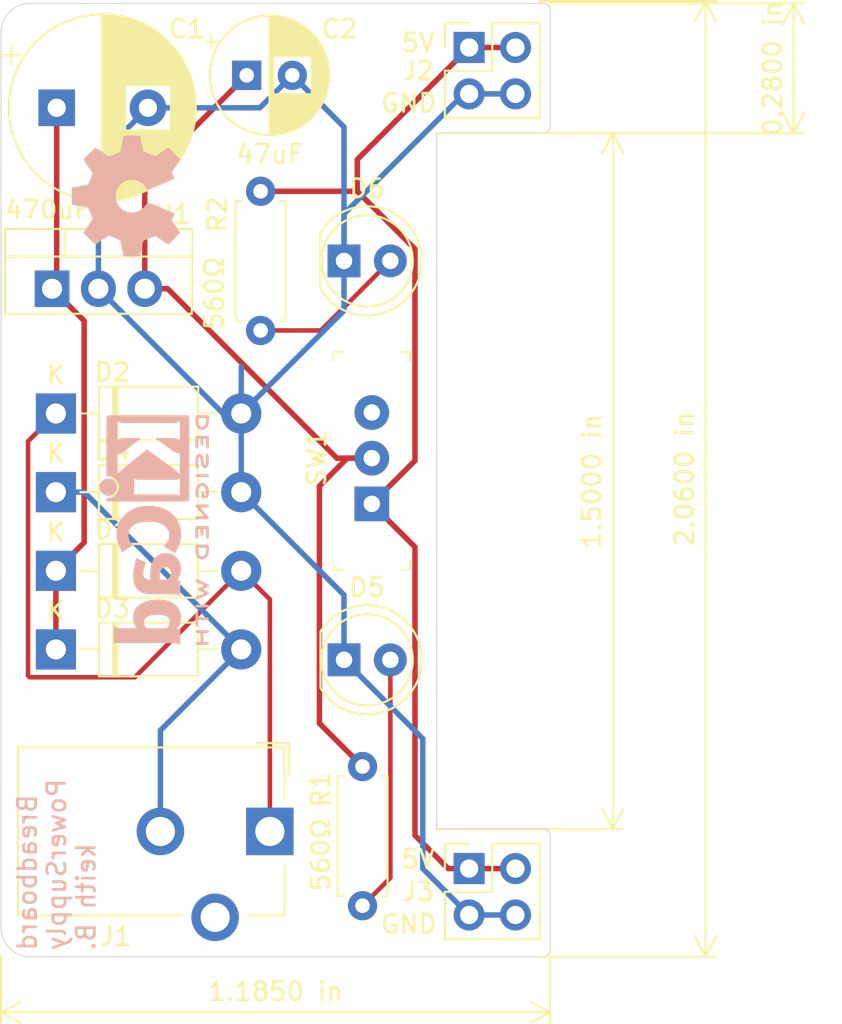
<source format=kicad_pcb>
(kicad_pcb (version 20171130) (host pcbnew "(5.1.6)-1")

  (general
    (thickness 1.6)
    (drawings 29)
    (tracks 64)
    (zones 0)
    (modules 17)
    (nets 11)
  )

  (page A4)
  (title_block
    (title "Breadboard PowerSupply")
    (date 2020-06-17)
    (rev V1)
    (company Dbtech)
    (comment 1 "Designed by Keith Barnes")
  )

  (layers
    (0 F.Cu signal)
    (31 B.Cu signal)
    (32 B.Adhes user)
    (33 F.Adhes user)
    (34 B.Paste user)
    (35 F.Paste user)
    (36 B.SilkS user)
    (37 F.SilkS user)
    (38 B.Mask user)
    (39 F.Mask user)
    (40 Dwgs.User user)
    (41 Cmts.User user)
    (42 Eco1.User user)
    (43 Eco2.User user)
    (44 Edge.Cuts user)
    (45 Margin user)
    (46 B.CrtYd user)
    (47 F.CrtYd user)
    (48 B.Fab user)
    (49 F.Fab user hide)
  )

  (setup
    (last_trace_width 0.25)
    (user_trace_width 0.3)
    (trace_clearance 0.2)
    (zone_clearance 0.508)
    (zone_45_only no)
    (trace_min 0.2)
    (via_size 0.8)
    (via_drill 0.4)
    (via_min_size 0.4)
    (via_min_drill 0.3)
    (user_via 1 0.6)
    (uvia_size 0.3)
    (uvia_drill 0.1)
    (uvias_allowed no)
    (uvia_min_size 0.2)
    (uvia_min_drill 0.1)
    (edge_width 0.05)
    (segment_width 0.2)
    (pcb_text_width 0.3)
    (pcb_text_size 1.5 1.5)
    (mod_edge_width 0.12)
    (mod_text_size 1 1)
    (mod_text_width 0.15)
    (pad_size 1.524 1.524)
    (pad_drill 0.762)
    (pad_to_mask_clearance 0.05)
    (aux_axis_origin 0 0)
    (visible_elements 7FFFFFFF)
    (pcbplotparams
      (layerselection 0x010fc_ffffffff)
      (usegerberextensions true)
      (usegerberattributes true)
      (usegerberadvancedattributes true)
      (creategerberjobfile true)
      (excludeedgelayer true)
      (linewidth 0.100000)
      (plotframeref false)
      (viasonmask false)
      (mode 1)
      (useauxorigin false)
      (hpglpennumber 1)
      (hpglpenspeed 20)
      (hpglpendiameter 15.000000)
      (psnegative false)
      (psa4output false)
      (plotreference true)
      (plotvalue true)
      (plotinvisibletext false)
      (padsonsilk false)
      (subtractmaskfromsilk false)
      (outputformat 1)
      (mirror false)
      (drillshape 0)
      (scaleselection 1)
      (outputdirectory "Gerber/"))
  )

  (net 0 "")
  (net 1 /Vin)
  (net 2 /GND)
  (net 3 /Vout1)
  (net 4 "Net-(D1-Pad2)")
  (net 5 "Net-(D3-Pad2)")
  (net 6 "Net-(D5-Pad2)")
  (net 7 "Net-(D6-Pad2)")
  (net 8 "Net-(J1-Pad3)")
  (net 9 /Vout2)
  (net 10 "Net-(SW1-Pad3)")

  (net_class Default "This is the default net class."
    (clearance 0.2)
    (trace_width 0.25)
    (via_dia 0.8)
    (via_drill 0.4)
    (uvia_dia 0.3)
    (uvia_drill 0.1)
    (add_net "Net-(D1-Pad2)")
    (add_net "Net-(D5-Pad2)")
    (add_net "Net-(D6-Pad2)")
    (add_net "Net-(J1-Pad3)")
    (add_net "Net-(SW1-Pad3)")
  )

  (net_class Power ""
    (clearance 0.3)
    (trace_width 0.3)
    (via_dia 1)
    (via_drill 0.5)
    (uvia_dia 0.3)
    (uvia_drill 0.1)
    (add_net /GND)
    (add_net /Vin)
    (add_net /Vout1)
    (add_net /Vout2)
    (add_net "Net-(D3-Pad2)")
  )

  (module Symbol:OSHW-Symbol_6.7x6mm_SilkScreen (layer B.Cu) (tedit 0) (tstamp 5EEBCA4B)
    (at 121.158 86.106 270)
    (descr "Open Source Hardware Symbol")
    (tags "Logo Symbol OSHW")
    (attr virtual)
    (fp_text reference REF** (at 0 0 270) (layer B.SilkS) hide
      (effects (font (size 1 1) (thickness 0.15)) (justify mirror))
    )
    (fp_text value OSHW-Symbol_6.7x6mm_SilkScreen (at 0.75 0 270) (layer B.Fab) hide
      (effects (font (size 1 1) (thickness 0.15)) (justify mirror))
    )
    (fp_poly (pts (xy 0.555814 2.531069) (xy 0.639635 2.086445) (xy 0.94892 1.958947) (xy 1.258206 1.831449)
      (xy 1.629246 2.083754) (xy 1.733157 2.154004) (xy 1.827087 2.216728) (xy 1.906652 2.269062)
      (xy 1.96747 2.308143) (xy 2.005157 2.331107) (xy 2.015421 2.336058) (xy 2.03391 2.323324)
      (xy 2.07342 2.288118) (xy 2.129522 2.234938) (xy 2.197787 2.168282) (xy 2.273786 2.092646)
      (xy 2.353092 2.012528) (xy 2.431275 1.932426) (xy 2.503907 1.856836) (xy 2.566559 1.790255)
      (xy 2.614803 1.737182) (xy 2.64421 1.702113) (xy 2.651241 1.690377) (xy 2.641123 1.66874)
      (xy 2.612759 1.621338) (xy 2.569129 1.552807) (xy 2.513218 1.467785) (xy 2.448006 1.370907)
      (xy 2.410219 1.31565) (xy 2.341343 1.214752) (xy 2.28014 1.123701) (xy 2.229578 1.04703)
      (xy 2.192628 0.989272) (xy 2.172258 0.954957) (xy 2.169197 0.947746) (xy 2.176136 0.927252)
      (xy 2.195051 0.879487) (xy 2.223087 0.811168) (xy 2.257391 0.729011) (xy 2.295109 0.63973)
      (xy 2.333387 0.550042) (xy 2.36937 0.466662) (xy 2.400206 0.396306) (xy 2.423039 0.34569)
      (xy 2.435017 0.321529) (xy 2.435724 0.320578) (xy 2.454531 0.315964) (xy 2.504618 0.305672)
      (xy 2.580793 0.290713) (xy 2.677865 0.272099) (xy 2.790643 0.250841) (xy 2.856442 0.238582)
      (xy 2.97695 0.215638) (xy 3.085797 0.193805) (xy 3.177476 0.174278) (xy 3.246481 0.158252)
      (xy 3.287304 0.146921) (xy 3.295511 0.143326) (xy 3.303548 0.118994) (xy 3.310033 0.064041)
      (xy 3.31497 -0.015108) (xy 3.318364 -0.112026) (xy 3.320218 -0.220287) (xy 3.320538 -0.333465)
      (xy 3.319327 -0.445135) (xy 3.31659 -0.548868) (xy 3.312331 -0.638241) (xy 3.306555 -0.706826)
      (xy 3.299267 -0.748197) (xy 3.294895 -0.75681) (xy 3.268764 -0.767133) (xy 3.213393 -0.781892)
      (xy 3.136107 -0.799352) (xy 3.04423 -0.81778) (xy 3.012158 -0.823741) (xy 2.857524 -0.852066)
      (xy 2.735375 -0.874876) (xy 2.641673 -0.89308) (xy 2.572384 -0.907583) (xy 2.523471 -0.919292)
      (xy 2.490897 -0.929115) (xy 2.470628 -0.937956) (xy 2.458626 -0.946724) (xy 2.456947 -0.948457)
      (xy 2.440184 -0.976371) (xy 2.414614 -1.030695) (xy 2.382788 -1.104777) (xy 2.34726 -1.191965)
      (xy 2.310583 -1.285608) (xy 2.275311 -1.379052) (xy 2.243996 -1.465647) (xy 2.219193 -1.53874)
      (xy 2.203454 -1.591678) (xy 2.199332 -1.617811) (xy 2.199676 -1.618726) (xy 2.213641 -1.640086)
      (xy 2.245322 -1.687084) (xy 2.291391 -1.754827) (xy 2.348518 -1.838423) (xy 2.413373 -1.932982)
      (xy 2.431843 -1.959854) (xy 2.497699 -2.057275) (xy 2.55565 -2.146163) (xy 2.602538 -2.221412)
      (xy 2.635207 -2.27792) (xy 2.6505 -2.310581) (xy 2.651241 -2.314593) (xy 2.638392 -2.335684)
      (xy 2.602888 -2.377464) (xy 2.549293 -2.435445) (xy 2.482171 -2.505135) (xy 2.406087 -2.582045)
      (xy 2.325604 -2.661683) (xy 2.245287 -2.739561) (xy 2.169699 -2.811186) (xy 2.103405 -2.87207)
      (xy 2.050969 -2.917721) (xy 2.016955 -2.94365) (xy 2.007545 -2.947883) (xy 1.985643 -2.937912)
      (xy 1.9408 -2.91102) (xy 1.880321 -2.871736) (xy 1.833789 -2.840117) (xy 1.749475 -2.782098)
      (xy 1.649626 -2.713784) (xy 1.549473 -2.645579) (xy 1.495627 -2.609075) (xy 1.313371 -2.4858)
      (xy 1.160381 -2.56852) (xy 1.090682 -2.604759) (xy 1.031414 -2.632926) (xy 0.991311 -2.648991)
      (xy 0.981103 -2.651226) (xy 0.968829 -2.634722) (xy 0.944613 -2.588082) (xy 0.910263 -2.515609)
      (xy 0.867588 -2.421606) (xy 0.818394 -2.310374) (xy 0.76449 -2.186215) (xy 0.707684 -2.053432)
      (xy 0.649782 -1.916327) (xy 0.592593 -1.779202) (xy 0.537924 -1.646358) (xy 0.487584 -1.522098)
      (xy 0.44338 -1.410725) (xy 0.407119 -1.316539) (xy 0.380609 -1.243844) (xy 0.365658 -1.196941)
      (xy 0.363254 -1.180833) (xy 0.382311 -1.160286) (xy 0.424036 -1.126933) (xy 0.479706 -1.087702)
      (xy 0.484378 -1.084599) (xy 0.628264 -0.969423) (xy 0.744283 -0.835053) (xy 0.83143 -0.685784)
      (xy 0.888699 -0.525913) (xy 0.915086 -0.359737) (xy 0.909585 -0.191552) (xy 0.87119 -0.025655)
      (xy 0.798895 0.133658) (xy 0.777626 0.168513) (xy 0.666996 0.309263) (xy 0.536302 0.422286)
      (xy 0.390064 0.506997) (xy 0.232808 0.562806) (xy 0.069057 0.589126) (xy -0.096667 0.58537)
      (xy -0.259838 0.55095) (xy -0.415935 0.485277) (xy -0.560433 0.387765) (xy -0.605131 0.348187)
      (xy -0.718888 0.224297) (xy -0.801782 0.093876) (xy -0.858644 -0.052315) (xy -0.890313 -0.197088)
      (xy -0.898131 -0.35986) (xy -0.872062 -0.52344) (xy -0.814755 -0.682298) (xy -0.728856 -0.830906)
      (xy -0.617014 -0.963735) (xy -0.481877 -1.075256) (xy -0.464117 -1.087011) (xy -0.40785 -1.125508)
      (xy -0.365077 -1.158863) (xy -0.344628 -1.18016) (xy -0.344331 -1.180833) (xy -0.348721 -1.203871)
      (xy -0.366124 -1.256157) (xy -0.394732 -1.33339) (xy -0.432735 -1.431268) (xy -0.478326 -1.545491)
      (xy -0.529697 -1.671758) (xy -0.585038 -1.805767) (xy -0.642542 -1.943218) (xy -0.700399 -2.079808)
      (xy -0.756802 -2.211237) (xy -0.809942 -2.333205) (xy -0.85801 -2.441409) (xy -0.899199 -2.531549)
      (xy -0.931699 -2.599323) (xy -0.953703 -2.64043) (xy -0.962564 -2.651226) (xy -0.98964 -2.642819)
      (xy -1.040303 -2.620272) (xy -1.105817 -2.587613) (xy -1.141841 -2.56852) (xy -1.294832 -2.4858)
      (xy -1.477088 -2.609075) (xy -1.570125 -2.672228) (xy -1.671985 -2.741727) (xy -1.767438 -2.807165)
      (xy -1.81525 -2.840117) (xy -1.882495 -2.885273) (xy -1.939436 -2.921057) (xy -1.978646 -2.942938)
      (xy -1.991381 -2.947563) (xy -2.009917 -2.935085) (xy -2.050941 -2.900252) (xy -2.110475 -2.846678)
      (xy -2.184542 -2.777983) (xy -2.269165 -2.697781) (xy -2.322685 -2.646286) (xy -2.416319 -2.554286)
      (xy -2.497241 -2.471999) (xy -2.562177 -2.402945) (xy -2.607858 -2.350644) (xy -2.631011 -2.318616)
      (xy -2.633232 -2.312116) (xy -2.622924 -2.287394) (xy -2.594439 -2.237405) (xy -2.550937 -2.167212)
      (xy -2.495577 -2.081875) (xy -2.43152 -1.986456) (xy -2.413303 -1.959854) (xy -2.346927 -1.863167)
      (xy -2.287378 -1.776117) (xy -2.237984 -1.703595) (xy -2.202075 -1.650493) (xy -2.182981 -1.621703)
      (xy -2.181136 -1.618726) (xy -2.183895 -1.595782) (xy -2.198538 -1.545336) (xy -2.222513 -1.474041)
      (xy -2.253266 -1.388547) (xy -2.288244 -1.295507) (xy -2.324893 -1.201574) (xy -2.360661 -1.113399)
      (xy -2.392994 -1.037634) (xy -2.419338 -0.980931) (xy -2.437142 -0.949943) (xy -2.438407 -0.948457)
      (xy -2.449294 -0.939601) (xy -2.467682 -0.930843) (xy -2.497606 -0.921277) (xy -2.543103 -0.909996)
      (xy -2.608209 -0.896093) (xy -2.696961 -0.878663) (xy -2.813393 -0.856798) (xy -2.961542 -0.829591)
      (xy -2.993618 -0.823741) (xy -3.088686 -0.805374) (xy -3.171565 -0.787405) (xy -3.23493 -0.771569)
      (xy -3.271458 -0.7596) (xy -3.276356 -0.75681) (xy -3.284427 -0.732072) (xy -3.290987 -0.67679)
      (xy -3.296033 -0.597389) (xy -3.299559 -0.500296) (xy -3.301561 -0.391938) (xy -3.302036 -0.27874)
      (xy -3.300977 -0.167128) (xy -3.298382 -0.063529) (xy -3.294246 0.025632) (xy -3.288563 0.093928)
      (xy -3.281331 0.134934) (xy -3.276971 0.143326) (xy -3.252698 0.151792) (xy -3.197426 0.165565)
      (xy -3.116662 0.18345) (xy -3.015912 0.204252) (xy -2.900683 0.226777) (xy -2.837902 0.238582)
      (xy -2.718787 0.260849) (xy -2.612565 0.281021) (xy -2.524427 0.298085) (xy -2.459566 0.311031)
      (xy -2.423174 0.318845) (xy -2.417184 0.320578) (xy -2.407061 0.34011) (xy -2.385662 0.387157)
      (xy -2.355839 0.454997) (xy -2.320445 0.536909) (xy -2.282332 0.626172) (xy -2.244353 0.716065)
      (xy -2.20936 0.799865) (xy -2.180206 0.870853) (xy -2.159743 0.922306) (xy -2.150823 0.947503)
      (xy -2.150657 0.948604) (xy -2.160769 0.968481) (xy -2.189117 1.014223) (xy -2.232723 1.081283)
      (xy -2.288606 1.165116) (xy -2.353787 1.261174) (xy -2.391679 1.31635) (xy -2.460725 1.417519)
      (xy -2.52205 1.50937) (xy -2.572663 1.587256) (xy -2.609571 1.646531) (xy -2.629782 1.682549)
      (xy -2.632701 1.690623) (xy -2.620153 1.709416) (xy -2.585463 1.749543) (xy -2.533063 1.806507)
      (xy -2.467384 1.875815) (xy -2.392856 1.952969) (xy -2.313913 2.033475) (xy -2.234983 2.112837)
      (xy -2.1605 2.18656) (xy -2.094894 2.250148) (xy -2.042596 2.299106) (xy -2.008039 2.328939)
      (xy -1.996478 2.336058) (xy -1.977654 2.326047) (xy -1.932631 2.297922) (xy -1.865787 2.254546)
      (xy -1.781499 2.198782) (xy -1.684144 2.133494) (xy -1.610707 2.083754) (xy -1.239667 1.831449)
      (xy -0.621095 2.086445) (xy -0.537275 2.531069) (xy -0.453454 2.975693) (xy 0.471994 2.975693)
      (xy 0.555814 2.531069)) (layer B.SilkS) (width 0.01))
  )

  (module Symbol:KiCad-Logo2_5mm_SilkScreen (layer B.Cu) (tedit 0) (tstamp 5EEBC918)
    (at 122.682 104.394 270)
    (descr "KiCad Logo")
    (tags "Logo KiCad")
    (attr virtual)
    (fp_text reference REF** (at 0 5.08 270) (layer B.SilkS) hide
      (effects (font (size 1 1) (thickness 0.15)) (justify mirror))
    )
    (fp_text value KiCad-Logo2_5mm_SilkScreen (at 0 -5.08 270) (layer B.Fab) hide
      (effects (font (size 1 1) (thickness 0.15)) (justify mirror))
    )
    (fp_poly (pts (xy 6.228823 -2.274533) (xy 6.260202 -2.296776) (xy 6.287911 -2.324485) (xy 6.287911 -2.63392)
      (xy 6.287838 -2.725799) (xy 6.287495 -2.79784) (xy 6.286692 -2.85278) (xy 6.285241 -2.89336)
      (xy 6.282952 -2.922317) (xy 6.279636 -2.942391) (xy 6.275105 -2.956321) (xy 6.269169 -2.966845)
      (xy 6.264514 -2.9731) (xy 6.233783 -2.997673) (xy 6.198496 -3.000341) (xy 6.166245 -2.985271)
      (xy 6.155588 -2.976374) (xy 6.148464 -2.964557) (xy 6.144167 -2.945526) (xy 6.141991 -2.914992)
      (xy 6.141228 -2.868662) (xy 6.141155 -2.832871) (xy 6.141155 -2.698045) (xy 5.644444 -2.698045)
      (xy 5.644444 -2.8207) (xy 5.643931 -2.876787) (xy 5.641876 -2.915333) (xy 5.637508 -2.941361)
      (xy 5.630056 -2.959897) (xy 5.621047 -2.9731) (xy 5.590144 -2.997604) (xy 5.555196 -3.000506)
      (xy 5.521738 -2.983089) (xy 5.512604 -2.973959) (xy 5.506152 -2.961855) (xy 5.501897 -2.943001)
      (xy 5.499352 -2.91362) (xy 5.498029 -2.869937) (xy 5.497443 -2.808175) (xy 5.497375 -2.794)
      (xy 5.496891 -2.677631) (xy 5.496641 -2.581727) (xy 5.496723 -2.504177) (xy 5.497231 -2.442869)
      (xy 5.498262 -2.39569) (xy 5.499913 -2.36053) (xy 5.502279 -2.335276) (xy 5.505457 -2.317817)
      (xy 5.509544 -2.306041) (xy 5.514634 -2.297835) (xy 5.520266 -2.291645) (xy 5.552128 -2.271844)
      (xy 5.585357 -2.274533) (xy 5.616735 -2.296776) (xy 5.629433 -2.311126) (xy 5.637526 -2.326978)
      (xy 5.642042 -2.349554) (xy 5.644006 -2.384078) (xy 5.644444 -2.435776) (xy 5.644444 -2.551289)
      (xy 6.141155 -2.551289) (xy 6.141155 -2.432756) (xy 6.141662 -2.378148) (xy 6.143698 -2.341275)
      (xy 6.148035 -2.317307) (xy 6.155447 -2.301415) (xy 6.163733 -2.291645) (xy 6.195594 -2.271844)
      (xy 6.228823 -2.274533)) (layer B.SilkS) (width 0.01))
    (fp_poly (pts (xy 4.963065 -2.269163) (xy 5.041772 -2.269542) (xy 5.102863 -2.270333) (xy 5.148817 -2.27167)
      (xy 5.182114 -2.273683) (xy 5.205236 -2.276506) (xy 5.220662 -2.280269) (xy 5.230871 -2.285105)
      (xy 5.235813 -2.288822) (xy 5.261457 -2.321358) (xy 5.264559 -2.355138) (xy 5.248711 -2.385826)
      (xy 5.238348 -2.398089) (xy 5.227196 -2.40645) (xy 5.211035 -2.411657) (xy 5.185642 -2.414457)
      (xy 5.146798 -2.415596) (xy 5.09028 -2.415821) (xy 5.07918 -2.415822) (xy 4.933244 -2.415822)
      (xy 4.933244 -2.686756) (xy 4.933148 -2.772154) (xy 4.932711 -2.837864) (xy 4.931712 -2.886774)
      (xy 4.929928 -2.921773) (xy 4.927137 -2.945749) (xy 4.923117 -2.961593) (xy 4.917645 -2.972191)
      (xy 4.910666 -2.980267) (xy 4.877734 -3.000112) (xy 4.843354 -2.998548) (xy 4.812176 -2.975906)
      (xy 4.809886 -2.9731) (xy 4.802429 -2.962492) (xy 4.796747 -2.950081) (xy 4.792601 -2.93285)
      (xy 4.78975 -2.907784) (xy 4.787954 -2.871867) (xy 4.786972 -2.822083) (xy 4.786564 -2.755417)
      (xy 4.786489 -2.679589) (xy 4.786489 -2.415822) (xy 4.647127 -2.415822) (xy 4.587322 -2.415418)
      (xy 4.545918 -2.41384) (xy 4.518748 -2.410547) (xy 4.501646 -2.404992) (xy 4.490443 -2.396631)
      (xy 4.489083 -2.395178) (xy 4.472725 -2.361939) (xy 4.474172 -2.324362) (xy 4.492978 -2.291645)
      (xy 4.50025 -2.285298) (xy 4.509627 -2.280266) (xy 4.523609 -2.276396) (xy 4.544696 -2.273537)
      (xy 4.575389 -2.271535) (xy 4.618189 -2.270239) (xy 4.675595 -2.269498) (xy 4.75011 -2.269158)
      (xy 4.844233 -2.269068) (xy 4.86426 -2.269067) (xy 4.963065 -2.269163)) (layer B.SilkS) (width 0.01))
    (fp_poly (pts (xy 4.188614 -2.275877) (xy 4.212327 -2.290647) (xy 4.238978 -2.312227) (xy 4.238978 -2.633773)
      (xy 4.238893 -2.72783) (xy 4.238529 -2.801932) (xy 4.237724 -2.858704) (xy 4.236313 -2.900768)
      (xy 4.234133 -2.930748) (xy 4.231021 -2.951267) (xy 4.226814 -2.964949) (xy 4.221348 -2.974416)
      (xy 4.217472 -2.979082) (xy 4.186034 -2.999575) (xy 4.150233 -2.998739) (xy 4.118873 -2.981264)
      (xy 4.092222 -2.959684) (xy 4.092222 -2.312227) (xy 4.118873 -2.290647) (xy 4.144594 -2.274949)
      (xy 4.1656 -2.269067) (xy 4.188614 -2.275877)) (layer B.SilkS) (width 0.01))
    (fp_poly (pts (xy 3.744665 -2.271034) (xy 3.764255 -2.278035) (xy 3.76501 -2.278377) (xy 3.791613 -2.298678)
      (xy 3.80627 -2.319561) (xy 3.809138 -2.329352) (xy 3.808996 -2.342361) (xy 3.804961 -2.360895)
      (xy 3.796146 -2.387257) (xy 3.781669 -2.423752) (xy 3.760645 -2.472687) (xy 3.732188 -2.536365)
      (xy 3.695415 -2.617093) (xy 3.675175 -2.661216) (xy 3.638625 -2.739985) (xy 3.604315 -2.812423)
      (xy 3.573552 -2.87588) (xy 3.547648 -2.927708) (xy 3.52791 -2.965259) (xy 3.51565 -2.985884)
      (xy 3.513224 -2.988733) (xy 3.482183 -3.001302) (xy 3.447121 -2.999619) (xy 3.419 -2.984332)
      (xy 3.417854 -2.983089) (xy 3.406668 -2.966154) (xy 3.387904 -2.93317) (xy 3.363875 -2.88838)
      (xy 3.336897 -2.836032) (xy 3.327201 -2.816742) (xy 3.254014 -2.67015) (xy 3.17424 -2.829393)
      (xy 3.145767 -2.884415) (xy 3.11935 -2.932132) (xy 3.097148 -2.968893) (xy 3.081319 -2.991044)
      (xy 3.075954 -2.995741) (xy 3.034257 -3.002102) (xy 2.999849 -2.988733) (xy 2.989728 -2.974446)
      (xy 2.972214 -2.942692) (xy 2.948735 -2.896597) (xy 2.92072 -2.839285) (xy 2.889599 -2.77388)
      (xy 2.856799 -2.703507) (xy 2.82375 -2.631291) (xy 2.791881 -2.560355) (xy 2.762619 -2.493825)
      (xy 2.737395 -2.434826) (xy 2.717636 -2.386481) (xy 2.704772 -2.351915) (xy 2.700231 -2.334253)
      (xy 2.700277 -2.333613) (xy 2.711326 -2.311388) (xy 2.73341 -2.288753) (xy 2.73471 -2.287768)
      (xy 2.761853 -2.272425) (xy 2.786958 -2.272574) (xy 2.796368 -2.275466) (xy 2.807834 -2.281718)
      (xy 2.82001 -2.294014) (xy 2.834357 -2.314908) (xy 2.852336 -2.346949) (xy 2.875407 -2.392688)
      (xy 2.90503 -2.454677) (xy 2.931745 -2.511898) (xy 2.96248 -2.578226) (xy 2.990021 -2.637874)
      (xy 3.012938 -2.687725) (xy 3.029798 -2.724664) (xy 3.039173 -2.745573) (xy 3.04054 -2.748845)
      (xy 3.046689 -2.743497) (xy 3.060822 -2.721109) (xy 3.081057 -2.684946) (xy 3.105515 -2.638277)
      (xy 3.115248 -2.619022) (xy 3.148217 -2.554004) (xy 3.173643 -2.506654) (xy 3.193612 -2.474219)
      (xy 3.21021 -2.453946) (xy 3.225524 -2.443082) (xy 3.24164 -2.438875) (xy 3.252143 -2.4384)
      (xy 3.27067 -2.440042) (xy 3.286904 -2.446831) (xy 3.303035 -2.461566) (xy 3.321251 -2.487044)
      (xy 3.343739 -2.526061) (xy 3.372689 -2.581414) (xy 3.388662 -2.612903) (xy 3.41457 -2.663087)
      (xy 3.437167 -2.704704) (xy 3.454458 -2.734242) (xy 3.46445 -2.748189) (xy 3.465809 -2.74877)
      (xy 3.472261 -2.737793) (xy 3.486708 -2.70929) (xy 3.507703 -2.666244) (xy 3.533797 -2.611638)
      (xy 3.563546 -2.548454) (xy 3.57818 -2.517071) (xy 3.61625 -2.436078) (xy 3.646905 -2.373756)
      (xy 3.671737 -2.328071) (xy 3.692337 -2.296989) (xy 3.710298 -2.278478) (xy 3.72721 -2.270504)
      (xy 3.744665 -2.271034)) (layer B.SilkS) (width 0.01))
    (fp_poly (pts (xy 1.018309 -2.269275) (xy 1.147288 -2.273636) (xy 1.256991 -2.286861) (xy 1.349226 -2.309741)
      (xy 1.425802 -2.34307) (xy 1.488527 -2.387638) (xy 1.539212 -2.444236) (xy 1.579663 -2.513658)
      (xy 1.580459 -2.515351) (xy 1.604601 -2.577483) (xy 1.613203 -2.632509) (xy 1.606231 -2.687887)
      (xy 1.583654 -2.751073) (xy 1.579372 -2.760689) (xy 1.550172 -2.816966) (xy 1.517356 -2.860451)
      (xy 1.475002 -2.897417) (xy 1.41719 -2.934135) (xy 1.413831 -2.936052) (xy 1.363504 -2.960227)
      (xy 1.306621 -2.978282) (xy 1.239527 -2.990839) (xy 1.158565 -2.998522) (xy 1.060082 -3.001953)
      (xy 1.025286 -3.002251) (xy 0.859594 -3.002845) (xy 0.836197 -2.9731) (xy 0.829257 -2.963319)
      (xy 0.823842 -2.951897) (xy 0.819765 -2.936095) (xy 0.816837 -2.913175) (xy 0.814867 -2.880396)
      (xy 0.814225 -2.856089) (xy 0.970844 -2.856089) (xy 1.064726 -2.856089) (xy 1.119664 -2.854483)
      (xy 1.17606 -2.850255) (xy 1.222345 -2.844292) (xy 1.225139 -2.84379) (xy 1.307348 -2.821736)
      (xy 1.371114 -2.7886) (xy 1.418452 -2.742847) (xy 1.451382 -2.682939) (xy 1.457108 -2.667061)
      (xy 1.462721 -2.642333) (xy 1.460291 -2.617902) (xy 1.448467 -2.5854) (xy 1.44134 -2.569434)
      (xy 1.418 -2.527006) (xy 1.38988 -2.49724) (xy 1.35894 -2.476511) (xy 1.296966 -2.449537)
      (xy 1.217651 -2.429998) (xy 1.125253 -2.418746) (xy 1.058333 -2.41627) (xy 0.970844 -2.415822)
      (xy 0.970844 -2.856089) (xy 0.814225 -2.856089) (xy 0.813668 -2.835021) (xy 0.81305 -2.774311)
      (xy 0.812825 -2.695526) (xy 0.8128 -2.63392) (xy 0.8128 -2.324485) (xy 0.840509 -2.296776)
      (xy 0.852806 -2.285544) (xy 0.866103 -2.277853) (xy 0.884672 -2.27304) (xy 0.912786 -2.270446)
      (xy 0.954717 -2.26941) (xy 1.014737 -2.26927) (xy 1.018309 -2.269275)) (layer B.SilkS) (width 0.01))
    (fp_poly (pts (xy 0.230343 -2.26926) (xy 0.306701 -2.270174) (xy 0.365217 -2.272311) (xy 0.408255 -2.276175)
      (xy 0.438183 -2.282267) (xy 0.457368 -2.29109) (xy 0.468176 -2.303146) (xy 0.472973 -2.318939)
      (xy 0.474127 -2.33897) (xy 0.474133 -2.341335) (xy 0.473131 -2.363992) (xy 0.468396 -2.381503)
      (xy 0.457333 -2.394574) (xy 0.437348 -2.403913) (xy 0.405846 -2.410227) (xy 0.360232 -2.414222)
      (xy 0.297913 -2.416606) (xy 0.216293 -2.418086) (xy 0.191277 -2.418414) (xy -0.0508 -2.421467)
      (xy -0.054186 -2.486378) (xy -0.057571 -2.551289) (xy 0.110576 -2.551289) (xy 0.176266 -2.551531)
      (xy 0.223172 -2.552556) (xy 0.255083 -2.554811) (xy 0.275791 -2.558742) (xy 0.289084 -2.564798)
      (xy 0.298755 -2.573424) (xy 0.298817 -2.573493) (xy 0.316356 -2.607112) (xy 0.315722 -2.643448)
      (xy 0.297314 -2.674423) (xy 0.293671 -2.677607) (xy 0.280741 -2.685812) (xy 0.263024 -2.691521)
      (xy 0.23657 -2.695162) (xy 0.197432 -2.697167) (xy 0.141662 -2.697964) (xy 0.105994 -2.698045)
      (xy -0.056445 -2.698045) (xy -0.056445 -2.856089) (xy 0.190161 -2.856089) (xy 0.27158 -2.856231)
      (xy 0.33341 -2.856814) (xy 0.378637 -2.858068) (xy 0.410248 -2.860227) (xy 0.431231 -2.863523)
      (xy 0.444573 -2.868189) (xy 0.453261 -2.874457) (xy 0.45545 -2.876733) (xy 0.471614 -2.90828)
      (xy 0.472797 -2.944168) (xy 0.459536 -2.975285) (xy 0.449043 -2.985271) (xy 0.438129 -2.990769)
      (xy 0.421217 -2.995022) (xy 0.395633 -2.99818) (xy 0.358701 -3.000392) (xy 0.307746 -3.001806)
      (xy 0.240094 -3.002572) (xy 0.153069 -3.002838) (xy 0.133394 -3.002845) (xy 0.044911 -3.002787)
      (xy -0.023773 -3.002467) (xy -0.075436 -3.001667) (xy -0.112855 -3.000167) (xy -0.13881 -2.997749)
      (xy -0.156078 -2.994194) (xy -0.167438 -2.989282) (xy -0.175668 -2.982795) (xy -0.180183 -2.978138)
      (xy -0.186979 -2.969889) (xy -0.192288 -2.959669) (xy -0.196294 -2.9448) (xy -0.199179 -2.922602)
      (xy -0.201126 -2.890393) (xy -0.202319 -2.845496) (xy -0.202939 -2.785228) (xy -0.203171 -2.706911)
      (xy -0.2032 -2.640994) (xy -0.203129 -2.548628) (xy -0.202792 -2.476117) (xy -0.202002 -2.420737)
      (xy -0.200574 -2.379765) (xy -0.198321 -2.350478) (xy -0.195057 -2.330153) (xy -0.190596 -2.316066)
      (xy -0.184752 -2.305495) (xy -0.179803 -2.298811) (xy -0.156406 -2.269067) (xy 0.133774 -2.269067)
      (xy 0.230343 -2.26926)) (layer B.SilkS) (width 0.01))
    (fp_poly (pts (xy -1.300114 -2.273448) (xy -1.276548 -2.287273) (xy -1.245735 -2.309881) (xy -1.206078 -2.342338)
      (xy -1.15598 -2.385708) (xy -1.093843 -2.441058) (xy -1.018072 -2.509451) (xy -0.931334 -2.588084)
      (xy -0.750711 -2.751878) (xy -0.745067 -2.532029) (xy -0.743029 -2.456351) (xy -0.741063 -2.399994)
      (xy -0.738734 -2.359706) (xy -0.735606 -2.332235) (xy -0.731245 -2.314329) (xy -0.725216 -2.302737)
      (xy -0.717084 -2.294208) (xy -0.712772 -2.290623) (xy -0.678241 -2.27167) (xy -0.645383 -2.274441)
      (xy -0.619318 -2.290633) (xy -0.592667 -2.312199) (xy -0.589352 -2.627151) (xy -0.588435 -2.719779)
      (xy -0.587968 -2.792544) (xy -0.588113 -2.848161) (xy -0.589032 -2.889342) (xy -0.590887 -2.918803)
      (xy -0.593839 -2.939255) (xy -0.59805 -2.953413) (xy -0.603682 -2.963991) (xy -0.609927 -2.972474)
      (xy -0.623439 -2.988207) (xy -0.636883 -2.998636) (xy -0.652124 -3.002639) (xy -0.671026 -2.999094)
      (xy -0.695455 -2.986879) (xy -0.727273 -2.964871) (xy -0.768348 -2.931949) (xy -0.820542 -2.886991)
      (xy -0.885722 -2.828875) (xy -0.959556 -2.762099) (xy -1.224845 -2.521458) (xy -1.230489 -2.740589)
      (xy -1.232531 -2.816128) (xy -1.234502 -2.872354) (xy -1.236839 -2.912524) (xy -1.239981 -2.939896)
      (xy -1.244364 -2.957728) (xy -1.250424 -2.969279) (xy -1.2586 -2.977807) (xy -1.262784 -2.981282)
      (xy -1.299765 -3.000372) (xy -1.334708 -2.997493) (xy -1.365136 -2.9731) (xy -1.372097 -2.963286)
      (xy -1.377523 -2.951826) (xy -1.381603 -2.935968) (xy -1.384529 -2.912963) (xy -1.386492 -2.880062)
      (xy -1.387683 -2.834516) (xy -1.388292 -2.773573) (xy -1.388511 -2.694486) (xy -1.388534 -2.635956)
      (xy -1.38846 -2.544407) (xy -1.388113 -2.472687) (xy -1.387301 -2.418045) (xy -1.385833 -2.377732)
      (xy -1.383519 -2.348998) (xy -1.380167 -2.329093) (xy -1.375588 -2.315268) (xy -1.369589 -2.304772)
      (xy -1.365136 -2.298811) (xy -1.35385 -2.284691) (xy -1.343301 -2.274029) (xy -1.331893 -2.267892)
      (xy -1.31803 -2.267343) (xy -1.300114 -2.273448)) (layer B.SilkS) (width 0.01))
    (fp_poly (pts (xy -1.950081 -2.274599) (xy -1.881565 -2.286095) (xy -1.828943 -2.303967) (xy -1.794708 -2.327499)
      (xy -1.785379 -2.340924) (xy -1.775893 -2.372148) (xy -1.782277 -2.400395) (xy -1.80243 -2.427182)
      (xy -1.833745 -2.439713) (xy -1.879183 -2.438696) (xy -1.914326 -2.431906) (xy -1.992419 -2.418971)
      (xy -2.072226 -2.417742) (xy -2.161555 -2.428241) (xy -2.186229 -2.43269) (xy -2.269291 -2.456108)
      (xy -2.334273 -2.490945) (xy -2.380461 -2.536604) (xy -2.407145 -2.592494) (xy -2.412663 -2.621388)
      (xy -2.409051 -2.680012) (xy -2.385729 -2.731879) (xy -2.344824 -2.775978) (xy -2.288459 -2.811299)
      (xy -2.21876 -2.836829) (xy -2.137852 -2.851559) (xy -2.04786 -2.854478) (xy -1.95091 -2.844575)
      (xy -1.945436 -2.843641) (xy -1.906875 -2.836459) (xy -1.885494 -2.829521) (xy -1.876227 -2.819227)
      (xy -1.874006 -2.801976) (xy -1.873956 -2.792841) (xy -1.873956 -2.754489) (xy -1.942431 -2.754489)
      (xy -2.0029 -2.750347) (xy -2.044165 -2.737147) (xy -2.068175 -2.71373) (xy -2.076877 -2.678936)
      (xy -2.076983 -2.674394) (xy -2.071892 -2.644654) (xy -2.054433 -2.623419) (xy -2.021939 -2.609366)
      (xy -1.971743 -2.601173) (xy -1.923123 -2.598161) (xy -1.852456 -2.596433) (xy -1.801198 -2.59907)
      (xy -1.766239 -2.6088) (xy -1.74447 -2.628353) (xy -1.73278 -2.660456) (xy -1.72806 -2.707838)
      (xy -1.7272 -2.770071) (xy -1.728609 -2.839535) (xy -1.732848 -2.886786) (xy -1.739936 -2.912012)
      (xy -1.741311 -2.913988) (xy -1.780228 -2.945508) (xy -1.837286 -2.97047) (xy -1.908869 -2.98834)
      (xy -1.991358 -2.998586) (xy -2.081139 -3.000673) (xy -2.174592 -2.994068) (xy -2.229556 -2.985956)
      (xy -2.315766 -2.961554) (xy -2.395892 -2.921662) (xy -2.462977 -2.869887) (xy -2.473173 -2.859539)
      (xy -2.506302 -2.816035) (xy -2.536194 -2.762118) (xy -2.559357 -2.705592) (xy -2.572298 -2.654259)
      (xy -2.573858 -2.634544) (xy -2.567218 -2.593419) (xy -2.549568 -2.542252) (xy -2.524297 -2.488394)
      (xy -2.494789 -2.439195) (xy -2.468719 -2.406334) (xy -2.407765 -2.357452) (xy -2.328969 -2.318545)
      (xy -2.235157 -2.290494) (xy -2.12915 -2.274179) (xy -2.032 -2.270192) (xy -1.950081 -2.274599)) (layer B.SilkS) (width 0.01))
    (fp_poly (pts (xy -2.923822 -2.291645) (xy -2.917242 -2.299218) (xy -2.912079 -2.308987) (xy -2.908164 -2.323571)
      (xy -2.905324 -2.345585) (xy -2.903387 -2.377648) (xy -2.902183 -2.422375) (xy -2.901539 -2.482385)
      (xy -2.901284 -2.560294) (xy -2.901245 -2.635956) (xy -2.901314 -2.729802) (xy -2.901638 -2.803689)
      (xy -2.902386 -2.860232) (xy -2.903732 -2.902049) (xy -2.905846 -2.931757) (xy -2.9089 -2.951973)
      (xy -2.913066 -2.965314) (xy -2.918516 -2.974398) (xy -2.923822 -2.980267) (xy -2.956826 -2.999947)
      (xy -2.991991 -2.998181) (xy -3.023455 -2.976717) (xy -3.030684 -2.968337) (xy -3.036334 -2.958614)
      (xy -3.040599 -2.944861) (xy -3.043673 -2.924389) (xy -3.045752 -2.894512) (xy -3.04703 -2.852541)
      (xy -3.047701 -2.795789) (xy -3.047959 -2.721567) (xy -3.048 -2.637537) (xy -3.048 -2.324485)
      (xy -3.020291 -2.296776) (xy -2.986137 -2.273463) (xy -2.953006 -2.272623) (xy -2.923822 -2.291645)) (layer B.SilkS) (width 0.01))
    (fp_poly (pts (xy -3.691703 -2.270351) (xy -3.616888 -2.275581) (xy -3.547306 -2.28375) (xy -3.487002 -2.29455)
      (xy -3.44002 -2.307673) (xy -3.410406 -2.322813) (xy -3.40586 -2.327269) (xy -3.390054 -2.36185)
      (xy -3.394847 -2.397351) (xy -3.419364 -2.427725) (xy -3.420534 -2.428596) (xy -3.434954 -2.437954)
      (xy -3.450008 -2.442876) (xy -3.471005 -2.443473) (xy -3.503257 -2.439861) (xy -3.552073 -2.432154)
      (xy -3.556 -2.431505) (xy -3.628739 -2.422569) (xy -3.707217 -2.418161) (xy -3.785927 -2.418119)
      (xy -3.859361 -2.422279) (xy -3.922011 -2.430479) (xy -3.96837 -2.442557) (xy -3.971416 -2.443771)
      (xy -4.005048 -2.462615) (xy -4.016864 -2.481685) (xy -4.007614 -2.500439) (xy -3.978047 -2.518337)
      (xy -3.928911 -2.534837) (xy -3.860957 -2.549396) (xy -3.815645 -2.556406) (xy -3.721456 -2.569889)
      (xy -3.646544 -2.582214) (xy -3.587717 -2.594449) (xy -3.541785 -2.607661) (xy -3.505555 -2.622917)
      (xy -3.475838 -2.641285) (xy -3.449442 -2.663831) (xy -3.42823 -2.685971) (xy -3.403065 -2.716819)
      (xy -3.390681 -2.743345) (xy -3.386808 -2.776026) (xy -3.386667 -2.787995) (xy -3.389576 -2.827712)
      (xy -3.401202 -2.857259) (xy -3.421323 -2.883486) (xy -3.462216 -2.923576) (xy -3.507817 -2.954149)
      (xy -3.561513 -2.976203) (xy -3.626692 -2.990735) (xy -3.706744 -2.998741) (xy -3.805057 -3.001218)
      (xy -3.821289 -3.001177) (xy -3.886849 -2.999818) (xy -3.951866 -2.99673) (xy -4.009252 -2.992356)
      (xy -4.051922 -2.98714) (xy -4.055372 -2.986541) (xy -4.097796 -2.976491) (xy -4.13378 -2.963796)
      (xy -4.15415 -2.95219) (xy -4.173107 -2.921572) (xy -4.174427 -2.885918) (xy -4.158085 -2.854144)
      (xy -4.154429 -2.850551) (xy -4.139315 -2.839876) (xy -4.120415 -2.835276) (xy -4.091162 -2.836059)
      (xy -4.055651 -2.840127) (xy -4.01597 -2.843762) (xy -3.960345 -2.846828) (xy -3.895406 -2.849053)
      (xy -3.827785 -2.850164) (xy -3.81 -2.850237) (xy -3.742128 -2.849964) (xy -3.692454 -2.848646)
      (xy -3.65661 -2.845827) (xy -3.630224 -2.84105) (xy -3.608926 -2.833857) (xy -3.596126 -2.827867)
      (xy -3.568 -2.811233) (xy -3.550068 -2.796168) (xy -3.547447 -2.791897) (xy -3.552976 -2.774263)
      (xy -3.57926 -2.757192) (xy -3.624478 -2.741458) (xy -3.686808 -2.727838) (xy -3.705171 -2.724804)
      (xy -3.80109 -2.709738) (xy -3.877641 -2.697146) (xy -3.93778 -2.686111) (xy -3.98446 -2.67572)
      (xy -4.020637 -2.665056) (xy -4.049265 -2.653205) (xy -4.073298 -2.639251) (xy -4.095692 -2.622281)
      (xy -4.119402 -2.601378) (xy -4.12738 -2.594049) (xy -4.155353 -2.566699) (xy -4.17016 -2.545029)
      (xy -4.175952 -2.520232) (xy -4.176889 -2.488983) (xy -4.166575 -2.427705) (xy -4.135752 -2.37564)
      (xy -4.084595 -2.332958) (xy -4.013283 -2.299825) (xy -3.9624 -2.284964) (xy -3.9071 -2.275366)
      (xy -3.840853 -2.269936) (xy -3.767706 -2.268367) (xy -3.691703 -2.270351)) (layer B.SilkS) (width 0.01))
    (fp_poly (pts (xy -4.712794 -2.269146) (xy -4.643386 -2.269518) (xy -4.590997 -2.270385) (xy -4.552847 -2.271946)
      (xy -4.526159 -2.274403) (xy -4.508153 -2.277957) (xy -4.496049 -2.28281) (xy -4.487069 -2.289161)
      (xy -4.483818 -2.292084) (xy -4.464043 -2.323142) (xy -4.460482 -2.358828) (xy -4.473491 -2.39051)
      (xy -4.479506 -2.396913) (xy -4.489235 -2.403121) (xy -4.504901 -2.40791) (xy -4.529408 -2.411514)
      (xy -4.565661 -2.414164) (xy -4.616565 -2.416095) (xy -4.685026 -2.417539) (xy -4.747617 -2.418418)
      (xy -4.995334 -2.421467) (xy -4.998719 -2.486378) (xy -5.002105 -2.551289) (xy -4.833958 -2.551289)
      (xy -4.760959 -2.551919) (xy -4.707517 -2.554553) (xy -4.670628 -2.560309) (xy -4.647288 -2.570304)
      (xy -4.634494 -2.585656) (xy -4.629242 -2.607482) (xy -4.628445 -2.627738) (xy -4.630923 -2.652592)
      (xy -4.640277 -2.670906) (xy -4.659383 -2.683637) (xy -4.691118 -2.691741) (xy -4.738359 -2.696176)
      (xy -4.803983 -2.697899) (xy -4.839801 -2.698045) (xy -5.000978 -2.698045) (xy -5.000978 -2.856089)
      (xy -4.752622 -2.856089) (xy -4.671213 -2.856202) (xy -4.609342 -2.856712) (xy -4.563968 -2.85787)
      (xy -4.532054 -2.85993) (xy -4.510559 -2.863146) (xy -4.496443 -2.867772) (xy -4.486668 -2.874059)
      (xy -4.481689 -2.878667) (xy -4.46461 -2.90556) (xy -4.459111 -2.929467) (xy -4.466963 -2.958667)
      (xy -4.481689 -2.980267) (xy -4.489546 -2.987066) (xy -4.499688 -2.992346) (xy -4.514844 -2.996298)
      (xy -4.537741 -2.999113) (xy -4.571109 -3.000982) (xy -4.617675 -3.002098) (xy -4.680167 -3.002651)
      (xy -4.761314 -3.002833) (xy -4.803422 -3.002845) (xy -4.893598 -3.002765) (xy -4.963924 -3.002398)
      (xy -5.017129 -3.001552) (xy -5.05594 -3.000036) (xy -5.083087 -2.997659) (xy -5.101298 -2.994229)
      (xy -5.1133 -2.989554) (xy -5.121822 -2.983444) (xy -5.125156 -2.980267) (xy -5.131755 -2.97267)
      (xy -5.136927 -2.96287) (xy -5.140846 -2.948239) (xy -5.143684 -2.926152) (xy -5.145615 -2.893982)
      (xy -5.146812 -2.849103) (xy -5.147448 -2.788889) (xy -5.147697 -2.710713) (xy -5.147734 -2.637923)
      (xy -5.1477 -2.544707) (xy -5.147465 -2.471431) (xy -5.14683 -2.415458) (xy -5.145594 -2.374151)
      (xy -5.143556 -2.344872) (xy -5.140517 -2.324984) (xy -5.136277 -2.31185) (xy -5.130635 -2.302832)
      (xy -5.123391 -2.295293) (xy -5.121606 -2.293612) (xy -5.112945 -2.286172) (xy -5.102882 -2.280409)
      (xy -5.088625 -2.276112) (xy -5.067383 -2.273064) (xy -5.036364 -2.271051) (xy -4.992777 -2.26986)
      (xy -4.933831 -2.269275) (xy -4.856734 -2.269083) (xy -4.802001 -2.269067) (xy -4.712794 -2.269146)) (layer B.SilkS) (width 0.01))
    (fp_poly (pts (xy -6.121371 -2.269066) (xy -6.081889 -2.269467) (xy -5.9662 -2.272259) (xy -5.869311 -2.28055)
      (xy -5.787919 -2.295232) (xy -5.718723 -2.317193) (xy -5.65842 -2.347322) (xy -5.603708 -2.38651)
      (xy -5.584167 -2.403532) (xy -5.55175 -2.443363) (xy -5.52252 -2.497413) (xy -5.499991 -2.557323)
      (xy -5.487679 -2.614739) (xy -5.4864 -2.635956) (xy -5.494417 -2.694769) (xy -5.515899 -2.759013)
      (xy -5.546999 -2.819821) (xy -5.583866 -2.86833) (xy -5.589854 -2.874182) (xy -5.640579 -2.915321)
      (xy -5.696125 -2.947435) (xy -5.759696 -2.971365) (xy -5.834494 -2.987953) (xy -5.923722 -2.998041)
      (xy -6.030582 -3.002469) (xy -6.079528 -3.002845) (xy -6.141762 -3.002545) (xy -6.185528 -3.001292)
      (xy -6.214931 -2.998554) (xy -6.234079 -2.993801) (xy -6.247077 -2.986501) (xy -6.254045 -2.980267)
      (xy -6.260626 -2.972694) (xy -6.265788 -2.962924) (xy -6.269703 -2.94834) (xy -6.272543 -2.926326)
      (xy -6.27448 -2.894264) (xy -6.275684 -2.849536) (xy -6.276328 -2.789526) (xy -6.276583 -2.711617)
      (xy -6.276622 -2.635956) (xy -6.27687 -2.535041) (xy -6.276817 -2.454427) (xy -6.275857 -2.415822)
      (xy -6.129867 -2.415822) (xy -6.129867 -2.856089) (xy -6.036734 -2.856004) (xy -5.980693 -2.854396)
      (xy -5.921999 -2.850256) (xy -5.873028 -2.844464) (xy -5.871538 -2.844226) (xy -5.792392 -2.82509)
      (xy -5.731002 -2.795287) (xy -5.684305 -2.752878) (xy -5.654635 -2.706961) (xy -5.636353 -2.656026)
      (xy -5.637771 -2.6082) (xy -5.658988 -2.556933) (xy -5.700489 -2.503899) (xy -5.757998 -2.4646)
      (xy -5.83275 -2.438331) (xy -5.882708 -2.429035) (xy -5.939416 -2.422507) (xy -5.999519 -2.417782)
      (xy -6.050639 -2.415817) (xy -6.053667 -2.415808) (xy -6.129867 -2.415822) (xy -6.275857 -2.415822)
      (xy -6.27526 -2.391851) (xy -6.270998 -2.345055) (xy -6.26283 -2.311778) (xy -6.249556 -2.289759)
      (xy -6.229974 -2.276739) (xy -6.202883 -2.270457) (xy -6.167082 -2.268653) (xy -6.121371 -2.269066)) (layer B.SilkS) (width 0.01))
    (fp_poly (pts (xy -2.273043 2.973429) (xy -2.176768 2.949191) (xy -2.090184 2.906359) (xy -2.015373 2.846581)
      (xy -1.954418 2.771506) (xy -1.909399 2.68278) (xy -1.883136 2.58647) (xy -1.877286 2.489205)
      (xy -1.89214 2.395346) (xy -1.92584 2.307489) (xy -1.976528 2.22823) (xy -2.042345 2.160164)
      (xy -2.121434 2.105888) (xy -2.211934 2.067998) (xy -2.2632 2.055574) (xy -2.307698 2.048053)
      (xy -2.341999 2.045081) (xy -2.37496 2.046906) (xy -2.415434 2.053775) (xy -2.448531 2.06075)
      (xy -2.541947 2.092259) (xy -2.625619 2.143383) (xy -2.697665 2.212571) (xy -2.7562 2.298272)
      (xy -2.770148 2.325511) (xy -2.786586 2.361878) (xy -2.796894 2.392418) (xy -2.80246 2.42455)
      (xy -2.804669 2.465693) (xy -2.804948 2.511778) (xy -2.800861 2.596135) (xy -2.787446 2.665414)
      (xy -2.762256 2.726039) (xy -2.722846 2.784433) (xy -2.684298 2.828698) (xy -2.612406 2.894516)
      (xy -2.537313 2.939947) (xy -2.454562 2.96715) (xy -2.376928 2.977424) (xy -2.273043 2.973429)) (layer B.SilkS) (width 0.01))
    (fp_poly (pts (xy 6.186507 0.527755) (xy 6.186526 0.293338) (xy 6.186552 0.080397) (xy 6.186625 -0.112168)
      (xy 6.186782 -0.285459) (xy 6.187064 -0.440576) (xy 6.187509 -0.57862) (xy 6.188156 -0.700692)
      (xy 6.189045 -0.807894) (xy 6.190213 -0.901326) (xy 6.191701 -0.98209) (xy 6.193546 -1.051286)
      (xy 6.195789 -1.110015) (xy 6.198469 -1.159379) (xy 6.201623 -1.200478) (xy 6.205292 -1.234413)
      (xy 6.209513 -1.262286) (xy 6.214327 -1.285198) (xy 6.219773 -1.304249) (xy 6.225888 -1.32054)
      (xy 6.232712 -1.335173) (xy 6.240285 -1.349249) (xy 6.248645 -1.363868) (xy 6.253839 -1.372974)
      (xy 6.288104 -1.433689) (xy 5.429955 -1.433689) (xy 5.429955 -1.337733) (xy 5.429224 -1.29437)
      (xy 5.427272 -1.261205) (xy 5.424463 -1.243424) (xy 5.423221 -1.241778) (xy 5.411799 -1.248662)
      (xy 5.389084 -1.266505) (xy 5.366385 -1.285879) (xy 5.3118 -1.326614) (xy 5.242321 -1.367617)
      (xy 5.16527 -1.405123) (xy 5.087965 -1.435364) (xy 5.057113 -1.445012) (xy 4.988616 -1.459578)
      (xy 4.905764 -1.469539) (xy 4.816371 -1.474583) (xy 4.728248 -1.474396) (xy 4.649207 -1.468666)
      (xy 4.611511 -1.462858) (xy 4.473414 -1.424797) (xy 4.346113 -1.367073) (xy 4.230292 -1.290211)
      (xy 4.126637 -1.194739) (xy 4.035833 -1.081179) (xy 3.969031 -0.970381) (xy 3.914164 -0.853625)
      (xy 3.872163 -0.734276) (xy 3.842167 -0.608283) (xy 3.823311 -0.471594) (xy 3.814732 -0.320158)
      (xy 3.814006 -0.242711) (xy 3.8161 -0.185934) (xy 4.645217 -0.185934) (xy 4.645424 -0.279002)
      (xy 4.648337 -0.366692) (xy 4.654 -0.443772) (xy 4.662455 -0.505009) (xy 4.665038 -0.51735)
      (xy 4.69684 -0.624633) (xy 4.738498 -0.711658) (xy 4.790363 -0.778642) (xy 4.852781 -0.825805)
      (xy 4.9261 -0.853365) (xy 5.010669 -0.861541) (xy 5.106835 -0.850551) (xy 5.170311 -0.834829)
      (xy 5.219454 -0.816639) (xy 5.273583 -0.790791) (xy 5.314244 -0.767089) (xy 5.3848 -0.720721)
      (xy 5.3848 0.42947) (xy 5.317392 0.473038) (xy 5.238867 0.51396) (xy 5.154681 0.540611)
      (xy 5.069557 0.552535) (xy 4.988216 0.549278) (xy 4.91538 0.530385) (xy 4.883426 0.514816)
      (xy 4.825501 0.471819) (xy 4.776544 0.415047) (xy 4.73539 0.342425) (xy 4.700874 0.251879)
      (xy 4.671833 0.141334) (xy 4.670552 0.135467) (xy 4.660381 0.073212) (xy 4.652739 -0.004594)
      (xy 4.64767 -0.09272) (xy 4.645217 -0.185934) (xy 3.8161 -0.185934) (xy 3.821857 -0.029895)
      (xy 3.843802 0.165941) (xy 3.879786 0.344668) (xy 3.929759 0.506155) (xy 3.993668 0.650274)
      (xy 4.071462 0.776894) (xy 4.163089 0.885885) (xy 4.268497 0.977117) (xy 4.313662 1.008068)
      (xy 4.414611 1.064215) (xy 4.517901 1.103826) (xy 4.627989 1.127986) (xy 4.74933 1.137781)
      (xy 4.841836 1.136735) (xy 4.97149 1.125769) (xy 5.084084 1.103954) (xy 5.182875 1.070286)
      (xy 5.271121 1.023764) (xy 5.319986 0.989552) (xy 5.349353 0.967638) (xy 5.371043 0.952667)
      (xy 5.379253 0.948267) (xy 5.380868 0.959096) (xy 5.382159 0.989749) (xy 5.383138 1.037474)
      (xy 5.383817 1.099521) (xy 5.38421 1.173138) (xy 5.38433 1.255573) (xy 5.384188 1.344075)
      (xy 5.383797 1.435893) (xy 5.383171 1.528276) (xy 5.38232 1.618472) (xy 5.38126 1.703729)
      (xy 5.380001 1.781297) (xy 5.378556 1.848424) (xy 5.376938 1.902359) (xy 5.375161 1.94035)
      (xy 5.374669 1.947333) (xy 5.367092 2.017749) (xy 5.355531 2.072898) (xy 5.337792 2.120019)
      (xy 5.311682 2.166353) (xy 5.305415 2.175933) (xy 5.280983 2.212622) (xy 6.186311 2.212622)
      (xy 6.186507 0.527755)) (layer B.SilkS) (width 0.01))
    (fp_poly (pts (xy 2.673574 1.133448) (xy 2.825492 1.113433) (xy 2.960756 1.079798) (xy 3.080239 1.032275)
      (xy 3.184815 0.970595) (xy 3.262424 0.907035) (xy 3.331265 0.832901) (xy 3.385006 0.753129)
      (xy 3.42791 0.660909) (xy 3.443384 0.617839) (xy 3.456244 0.578858) (xy 3.467446 0.542711)
      (xy 3.47712 0.507566) (xy 3.485396 0.47159) (xy 3.492403 0.43295) (xy 3.498272 0.389815)
      (xy 3.503131 0.340351) (xy 3.50711 0.282727) (xy 3.51034 0.215109) (xy 3.512949 0.135666)
      (xy 3.515067 0.042564) (xy 3.516824 -0.066027) (xy 3.518349 -0.191942) (xy 3.519772 -0.337012)
      (xy 3.521025 -0.479778) (xy 3.522351 -0.635968) (xy 3.523556 -0.771239) (xy 3.524766 -0.887246)
      (xy 3.526106 -0.985645) (xy 3.5277 -1.068093) (xy 3.529675 -1.136246) (xy 3.532156 -1.19176)
      (xy 3.535269 -1.236292) (xy 3.539138 -1.271498) (xy 3.543889 -1.299034) (xy 3.549648 -1.320556)
      (xy 3.556539 -1.337722) (xy 3.564689 -1.352186) (xy 3.574223 -1.365606) (xy 3.585266 -1.379638)
      (xy 3.589566 -1.385071) (xy 3.605386 -1.40791) (xy 3.612422 -1.423463) (xy 3.612444 -1.423922)
      (xy 3.601567 -1.426121) (xy 3.570582 -1.428147) (xy 3.521957 -1.429942) (xy 3.458163 -1.431451)
      (xy 3.381669 -1.432616) (xy 3.294944 -1.43338) (xy 3.200457 -1.433686) (xy 3.18955 -1.433689)
      (xy 2.766657 -1.433689) (xy 2.763395 -1.337622) (xy 2.760133 -1.241556) (xy 2.698044 -1.292543)
      (xy 2.600714 -1.360057) (xy 2.490813 -1.414749) (xy 2.404349 -1.444978) (xy 2.335278 -1.459666)
      (xy 2.251925 -1.469659) (xy 2.162159 -1.474646) (xy 2.073845 -1.474313) (xy 1.994851 -1.468351)
      (xy 1.958622 -1.462638) (xy 1.818603 -1.424776) (xy 1.692178 -1.369932) (xy 1.58026 -1.298924)
      (xy 1.483762 -1.212568) (xy 1.4036 -1.111679) (xy 1.340687 -0.997076) (xy 1.296312 -0.870984)
      (xy 1.283978 -0.814401) (xy 1.276368 -0.752202) (xy 1.272739 -0.677363) (xy 1.272245 -0.643467)
      (xy 1.27231 -0.640282) (xy 2.032248 -0.640282) (xy 2.041541 -0.715333) (xy 2.069728 -0.77916)
      (xy 2.118197 -0.834798) (xy 2.123254 -0.839211) (xy 2.171548 -0.874037) (xy 2.223257 -0.89662)
      (xy 2.283989 -0.90854) (xy 2.359352 -0.911383) (xy 2.377459 -0.910978) (xy 2.431278 -0.908325)
      (xy 2.471308 -0.902909) (xy 2.506324 -0.892745) (xy 2.545103 -0.87585) (xy 2.555745 -0.870672)
      (xy 2.616396 -0.834844) (xy 2.663215 -0.792212) (xy 2.675952 -0.776973) (xy 2.720622 -0.720462)
      (xy 2.720622 -0.524586) (xy 2.720086 -0.445939) (xy 2.718396 -0.387988) (xy 2.715428 -0.348875)
      (xy 2.711057 -0.326741) (xy 2.706972 -0.320274) (xy 2.691047 -0.317111) (xy 2.657264 -0.314488)
      (xy 2.61034 -0.312655) (xy 2.554993 -0.311857) (xy 2.546106 -0.311842) (xy 2.42533 -0.317096)
      (xy 2.32266 -0.333263) (xy 2.236106 -0.360961) (xy 2.163681 -0.400808) (xy 2.108751 -0.447758)
      (xy 2.064204 -0.505645) (xy 2.03948 -0.568693) (xy 2.032248 -0.640282) (xy 1.27231 -0.640282)
      (xy 1.274178 -0.549712) (xy 1.282522 -0.470812) (xy 1.298768 -0.39959) (xy 1.324405 -0.328864)
      (xy 1.348401 -0.276493) (xy 1.40702 -0.181196) (xy 1.485117 -0.09317) (xy 1.580315 -0.014017)
      (xy 1.690238 0.05466) (xy 1.81251 0.111259) (xy 1.944755 0.154179) (xy 2.009422 0.169118)
      (xy 2.145604 0.191223) (xy 2.294049 0.205806) (xy 2.445505 0.212187) (xy 2.572064 0.210555)
      (xy 2.73395 0.203776) (xy 2.72653 0.262755) (xy 2.707238 0.361908) (xy 2.676104 0.442628)
      (xy 2.632269 0.505534) (xy 2.574871 0.551244) (xy 2.503048 0.580378) (xy 2.415941 0.593553)
      (xy 2.312686 0.591389) (xy 2.274711 0.587388) (xy 2.13352 0.56222) (xy 1.996707 0.521186)
      (xy 1.902178 0.483185) (xy 1.857018 0.46381) (xy 1.818585 0.44824) (xy 1.792234 0.438595)
      (xy 1.784546 0.436548) (xy 1.774802 0.445626) (xy 1.758083 0.474595) (xy 1.734232 0.523783)
      (xy 1.703093 0.593516) (xy 1.664507 0.684121) (xy 1.65791 0.699911) (xy 1.627853 0.772228)
      (xy 1.600874 0.837575) (xy 1.578136 0.893094) (xy 1.560806 0.935928) (xy 1.550048 0.963219)
      (xy 1.546941 0.972058) (xy 1.55694 0.976813) (xy 1.583217 0.98209) (xy 1.611489 0.985769)
      (xy 1.641646 0.990526) (xy 1.689433 0.999972) (xy 1.750612 1.01318) (xy 1.820946 1.029224)
      (xy 1.896194 1.04718) (xy 1.924755 1.054203) (xy 2.029816 1.079791) (xy 2.11748 1.099853)
      (xy 2.192068 1.115031) (xy 2.257903 1.125965) (xy 2.319307 1.133296) (xy 2.380602 1.137665)
      (xy 2.44611 1.139713) (xy 2.504128 1.140111) (xy 2.673574 1.133448)) (layer B.SilkS) (width 0.01))
    (fp_poly (pts (xy 0.328429 2.050929) (xy 0.48857 2.029755) (xy 0.65251 1.989615) (xy 0.822313 1.930111)
      (xy 1.000043 1.850846) (xy 1.01131 1.845301) (xy 1.069005 1.817275) (xy 1.120552 1.793198)
      (xy 1.162191 1.774751) (xy 1.190162 1.763614) (xy 1.199733 1.761067) (xy 1.21895 1.756059)
      (xy 1.223561 1.751853) (xy 1.218458 1.74142) (xy 1.202418 1.715132) (xy 1.177288 1.675743)
      (xy 1.144914 1.626009) (xy 1.107143 1.568685) (xy 1.065822 1.506524) (xy 1.022798 1.442282)
      (xy 0.979917 1.378715) (xy 0.939026 1.318575) (xy 0.901971 1.26462) (xy 0.8706 1.219603)
      (xy 0.846759 1.186279) (xy 0.832294 1.167403) (xy 0.830309 1.165213) (xy 0.820191 1.169862)
      (xy 0.79785 1.187038) (xy 0.76728 1.21356) (xy 0.751536 1.228036) (xy 0.655047 1.303318)
      (xy 0.548336 1.358759) (xy 0.432832 1.393859) (xy 0.309962 1.40812) (xy 0.240561 1.406949)
      (xy 0.119423 1.389788) (xy 0.010205 1.353906) (xy -0.087418 1.299041) (xy -0.173772 1.22493)
      (xy -0.249185 1.131312) (xy -0.313982 1.017924) (xy -0.351399 0.931333) (xy -0.395252 0.795634)
      (xy -0.427572 0.64815) (xy -0.448443 0.492686) (xy -0.457949 0.333044) (xy -0.456173 0.173027)
      (xy -0.443197 0.016439) (xy -0.419106 -0.132918) (xy -0.383982 -0.27124) (xy -0.337908 -0.394724)
      (xy -0.321627 -0.428978) (xy -0.25338 -0.543064) (xy -0.172921 -0.639557) (xy -0.08143 -0.71767)
      (xy 0.019911 -0.776617) (xy 0.12992 -0.815612) (xy 0.247415 -0.833868) (xy 0.288883 -0.835211)
      (xy 0.410441 -0.82429) (xy 0.530878 -0.791474) (xy 0.648666 -0.737439) (xy 0.762277 -0.662865)
      (xy 0.853685 -0.584539) (xy 0.900215 -0.540008) (xy 1.081483 -0.837271) (xy 1.12658 -0.911433)
      (xy 1.167819 -0.979646) (xy 1.203735 -1.039459) (xy 1.232866 -1.08842) (xy 1.25375 -1.124079)
      (xy 1.264924 -1.143984) (xy 1.266375 -1.147079) (xy 1.258146 -1.156718) (xy 1.232567 -1.173999)
      (xy 1.192873 -1.197283) (xy 1.142297 -1.224934) (xy 1.084074 -1.255315) (xy 1.021437 -1.28679)
      (xy 0.957621 -1.317722) (xy 0.89586 -1.346473) (xy 0.839388 -1.371408) (xy 0.791438 -1.390889)
      (xy 0.767986 -1.399318) (xy 0.634221 -1.437133) (xy 0.496327 -1.462136) (xy 0.348622 -1.47514)
      (xy 0.221833 -1.477468) (xy 0.153878 -1.476373) (xy 0.088277 -1.474275) (xy 0.030847 -1.471434)
      (xy -0.012597 -1.468106) (xy -0.026702 -1.466422) (xy -0.165716 -1.437587) (xy -0.307243 -1.392468)
      (xy -0.444725 -1.33375) (xy -0.571606 -1.26412) (xy -0.649111 -1.211441) (xy -0.776519 -1.103239)
      (xy -0.894822 -0.976671) (xy -1.001828 -0.834866) (xy -1.095348 -0.680951) (xy -1.17319 -0.518053)
      (xy -1.217044 -0.400756) (xy -1.267292 -0.217128) (xy -1.300791 -0.022581) (xy -1.317551 0.178675)
      (xy -1.317584 0.382432) (xy -1.300899 0.584479) (xy -1.267507 0.780608) (xy -1.21742 0.966609)
      (xy -1.213603 0.978197) (xy -1.150719 1.14025) (xy -1.073972 1.288168) (xy -0.980758 1.426135)
      (xy -0.868473 1.558339) (xy -0.824608 1.603601) (xy -0.688466 1.727543) (xy -0.548509 1.830085)
      (xy -0.402589 1.912344) (xy -0.248558 1.975436) (xy -0.084268 2.020477) (xy 0.011289 2.037967)
      (xy 0.170023 2.053534) (xy 0.328429 2.050929)) (layer B.SilkS) (width 0.01))
    (fp_poly (pts (xy -2.9464 2.510946) (xy -2.935535 2.397007) (xy -2.903918 2.289384) (xy -2.853015 2.190385)
      (xy -2.784293 2.102316) (xy -2.699219 2.027484) (xy -2.602232 1.969616) (xy -2.495964 1.929995)
      (xy -2.38895 1.911427) (xy -2.2833 1.912566) (xy -2.181125 1.93207) (xy -2.084534 1.968594)
      (xy -1.995638 2.020795) (xy -1.916546 2.087327) (xy -1.849369 2.166848) (xy -1.796217 2.258013)
      (xy -1.759199 2.359477) (xy -1.740427 2.469898) (xy -1.738489 2.519794) (xy -1.738489 2.607733)
      (xy -1.68656 2.607733) (xy -1.650253 2.604889) (xy -1.623355 2.593089) (xy -1.596249 2.569351)
      (xy -1.557867 2.530969) (xy -1.557867 0.339398) (xy -1.557876 0.077261) (xy -1.557908 -0.163241)
      (xy -1.557972 -0.383048) (xy -1.558076 -0.583101) (xy -1.558227 -0.764344) (xy -1.558434 -0.927716)
      (xy -1.558706 -1.07416) (xy -1.55905 -1.204617) (xy -1.559474 -1.320029) (xy -1.559987 -1.421338)
      (xy -1.560597 -1.509484) (xy -1.561312 -1.58541) (xy -1.56214 -1.650057) (xy -1.563089 -1.704367)
      (xy -1.564167 -1.74928) (xy -1.565383 -1.78574) (xy -1.566745 -1.814687) (xy -1.568261 -1.837063)
      (xy -1.569938 -1.853809) (xy -1.571786 -1.865868) (xy -1.573813 -1.87418) (xy -1.576025 -1.879687)
      (xy -1.577108 -1.881537) (xy -1.581271 -1.888549) (xy -1.584805 -1.894996) (xy -1.588635 -1.9009)
      (xy -1.593682 -1.906286) (xy -1.600871 -1.911178) (xy -1.611123 -1.915598) (xy -1.625364 -1.919572)
      (xy -1.644514 -1.923121) (xy -1.669499 -1.92627) (xy -1.70124 -1.929042) (xy -1.740662 -1.931461)
      (xy -1.788686 -1.933551) (xy -1.846237 -1.935335) (xy -1.914237 -1.936837) (xy -1.99361 -1.93808)
      (xy -2.085279 -1.939089) (xy -2.190166 -1.939885) (xy -2.309196 -1.940494) (xy -2.44329 -1.940939)
      (xy -2.593373 -1.941243) (xy -2.760367 -1.94143) (xy -2.945196 -1.941524) (xy -3.148783 -1.941548)
      (xy -3.37205 -1.941525) (xy -3.615922 -1.94148) (xy -3.881321 -1.941437) (xy -3.919704 -1.941432)
      (xy -4.186682 -1.941389) (xy -4.432002 -1.941318) (xy -4.656583 -1.941213) (xy -4.861345 -1.941066)
      (xy -5.047206 -1.940869) (xy -5.215088 -1.940616) (xy -5.365908 -1.9403) (xy -5.500587 -1.939913)
      (xy -5.620044 -1.939447) (xy -5.725199 -1.938897) (xy -5.816971 -1.938253) (xy -5.896279 -1.937511)
      (xy -5.964043 -1.936661) (xy -6.021182 -1.935697) (xy -6.068617 -1.934611) (xy -6.107266 -1.933397)
      (xy -6.138049 -1.932047) (xy -6.161885 -1.930555) (xy -6.179694 -1.928911) (xy -6.192395 -1.927111)
      (xy -6.200908 -1.925145) (xy -6.205266 -1.923477) (xy -6.213728 -1.919906) (xy -6.221497 -1.91727)
      (xy -6.228602 -1.914634) (xy -6.235073 -1.911062) (xy -6.240939 -1.905621) (xy -6.246229 -1.897375)
      (xy -6.250974 -1.88539) (xy -6.255202 -1.868731) (xy -6.258943 -1.846463) (xy -6.262227 -1.817652)
      (xy -6.265083 -1.781363) (xy -6.26754 -1.736661) (xy -6.269629 -1.682611) (xy -6.271378 -1.618279)
      (xy -6.272817 -1.54273) (xy -6.273976 -1.45503) (xy -6.274883 -1.354243) (xy -6.275569 -1.239434)
      (xy -6.276063 -1.10967) (xy -6.276395 -0.964015) (xy -6.276593 -0.801535) (xy -6.276687 -0.621295)
      (xy -6.276708 -0.42236) (xy -6.276685 -0.203796) (xy -6.276646 0.035332) (xy -6.276622 0.29596)
      (xy -6.276622 0.338111) (xy -6.276636 0.601008) (xy -6.276661 0.842268) (xy -6.276671 1.062835)
      (xy -6.276642 1.263648) (xy -6.276548 1.445651) (xy -6.276362 1.609784) (xy -6.276059 1.756989)
      (xy -6.275614 1.888208) (xy -6.275034 1.998133) (xy -5.972197 1.998133) (xy -5.932407 1.940289)
      (xy -5.921236 1.924521) (xy -5.911166 1.910559) (xy -5.902138 1.897216) (xy -5.894097 1.883307)
      (xy -5.886986 1.867644) (xy -5.880747 1.849042) (xy -5.875325 1.826314) (xy -5.870662 1.798273)
      (xy -5.866701 1.763733) (xy -5.863385 1.721508) (xy -5.860659 1.670411) (xy -5.858464 1.609256)
      (xy -5.856745 1.536856) (xy -5.855444 1.452025) (xy -5.854505 1.353578) (xy -5.85387 1.240326)
      (xy -5.853484 1.111084) (xy -5.853288 0.964666) (xy -5.853227 0.799884) (xy -5.853243 0.615553)
      (xy -5.85328 0.410487) (xy -5.853289 0.287867) (xy -5.853265 0.070918) (xy -5.853231 -0.124642)
      (xy -5.853243 -0.299999) (xy -5.853358 -0.456341) (xy -5.85363 -0.594857) (xy -5.854118 -0.716734)
      (xy -5.854876 -0.82316) (xy -5.855962 -0.915322) (xy -5.857431 -0.994409) (xy -5.85934 -1.061608)
      (xy -5.861744 -1.118107) (xy -5.864701 -1.165093) (xy -5.868266 -1.203755) (xy -5.872495 -1.23528)
      (xy -5.877446 -1.260855) (xy -5.883173 -1.28167) (xy -5.889733 -1.298911) (xy -5.897183 -1.313765)
      (xy -5.905579 -1.327422) (xy -5.914976 -1.341069) (xy -5.925432 -1.355893) (xy -5.931523 -1.364783)
      (xy -5.970296 -1.4224) (xy -5.438732 -1.4224) (xy -5.315483 -1.422365) (xy -5.212987 -1.422215)
      (xy -5.12942 -1.421878) (xy -5.062956 -1.421286) (xy -5.011771 -1.420367) (xy -4.974041 -1.419051)
      (xy -4.94794 -1.417269) (xy -4.931644 -1.414951) (xy -4.923328 -1.412026) (xy -4.921168 -1.408424)
      (xy -4.923339 -1.404075) (xy -4.924535 -1.402645) (xy -4.949685 -1.365573) (xy -4.975583 -1.312772)
      (xy -4.999192 -1.25077) (xy -5.007461 -1.224357) (xy -5.012078 -1.206416) (xy -5.015979 -1.185355)
      (xy -5.019248 -1.159089) (xy -5.021966 -1.125532) (xy -5.024215 -1.082599) (xy -5.026077 -1.028204)
      (xy -5.027636 -0.960262) (xy -5.028972 -0.876688) (xy -5.030169 -0.775395) (xy -5.031308 -0.6543)
      (xy -5.031685 -0.6096) (xy -5.032702 -0.484449) (xy -5.03346 -0.380082) (xy -5.033903 -0.294707)
      (xy -5.03397 -0.226533) (xy -5.033605 -0.173765) (xy -5.032748 -0.134614) (xy -5.031341 -0.107285)
      (xy -5.029325 -0.089986) (xy -5.026643 -0.080926) (xy -5.023236 -0.078312) (xy -5.019044 -0.080351)
      (xy -5.014571 -0.084667) (xy -5.004216 -0.097602) (xy -4.982158 -0.126676) (xy -4.949957 -0.169759)
      (xy -4.909174 -0.224718) (xy -4.86137 -0.289423) (xy -4.808105 -0.361742) (xy -4.75094 -0.439544)
      (xy -4.691437 -0.520698) (xy -4.631155 -0.603072) (xy -4.571655 -0.684536) (xy -4.514498 -0.762957)
      (xy -4.461245 -0.836204) (xy -4.413457 -0.902147) (xy -4.372693 -0.958654) (xy -4.340516 -1.003593)
      (xy -4.318485 -1.034834) (xy -4.313917 -1.041466) (xy -4.290996 -1.078369) (xy -4.264188 -1.126359)
      (xy -4.238789 -1.175897) (xy -4.235568 -1.182577) (xy -4.21389 -1.230772) (xy -4.201304 -1.268334)
      (xy -4.195574 -1.30416) (xy -4.194456 -1.3462) (xy -4.19509 -1.4224) (xy -3.040651 -1.4224)
      (xy -3.131815 -1.328669) (xy -3.178612 -1.278775) (xy -3.228899 -1.222295) (xy -3.274944 -1.168026)
      (xy -3.295369 -1.142673) (xy -3.325807 -1.103128) (xy -3.365862 -1.049916) (xy -3.414361 -0.984667)
      (xy -3.470135 -0.909011) (xy -3.532011 -0.824577) (xy -3.598819 -0.732994) (xy -3.669387 -0.635892)
      (xy -3.742545 -0.534901) (xy -3.817121 -0.43165) (xy -3.891944 -0.327768) (xy -3.965843 -0.224885)
      (xy -4.037646 -0.124631) (xy -4.106184 -0.028636) (xy -4.170284 0.061473) (xy -4.228775 0.144064)
      (xy -4.280486 0.217508) (xy -4.324247 0.280176) (xy -4.358885 0.330439) (xy -4.38323 0.366666)
      (xy -4.396111 0.387229) (xy -4.397869 0.391332) (xy -4.38991 0.402658) (xy -4.369115 0.429838)
      (xy -4.336847 0.471171) (xy -4.29447 0.524956) (xy -4.243347 0.589494) (xy -4.184841 0.663082)
      (xy -4.120314 0.744022) (xy -4.051131 0.830612) (xy -3.978653 0.921152) (xy -3.904246 1.01394)
      (xy -3.844517 1.088298) (xy -2.833511 1.088298) (xy -2.827602 1.075341) (xy -2.813272 1.053092)
      (xy -2.812225 1.051609) (xy -2.793438 1.021456) (xy -2.773791 0.984625) (xy -2.769892 0.976489)
      (xy -2.766356 0.96806) (xy -2.76323 0.957941) (xy -2.760486 0.94474) (xy -2.758092 0.927062)
      (xy -2.756019 0.903516) (xy -2.754235 0.872707) (xy -2.752712 0.833243) (xy -2.751419 0.783731)
      (xy -2.750326 0.722777) (xy -2.749403 0.648989) (xy -2.748619 0.560972) (xy -2.747945 0.457335)
      (xy -2.74735 0.336684) (xy -2.746805 0.197626) (xy -2.746279 0.038768) (xy -2.745745 -0.140089)
      (xy -2.745206 -0.325207) (xy -2.744772 -0.489145) (xy -2.744509 -0.633303) (xy -2.744484 -0.759079)
      (xy -2.744765 -0.867871) (xy -2.745419 -0.961077) (xy -2.746514 -1.040097) (xy -2.748118 -1.106328)
      (xy -2.750297 -1.16117) (xy -2.753119 -1.206021) (xy -2.756651 -1.242278) (xy -2.760961 -1.271341)
      (xy -2.766117 -1.294609) (xy -2.772185 -1.313479) (xy -2.779233 -1.329351) (xy -2.787329 -1.343622)
      (xy -2.79654 -1.357691) (xy -2.80504 -1.370158) (xy -2.822176 -1.396452) (xy -2.832322 -1.414037)
      (xy -2.833511 -1.417257) (xy -2.822604 -1.418334) (xy -2.791411 -1.419335) (xy -2.742223 -1.420235)
      (xy -2.677333 -1.42101) (xy -2.59903 -1.421637) (xy -2.509607 -1.422091) (xy -2.411356 -1.422349)
      (xy -2.342445 -1.4224) (xy -2.237452 -1.42218) (xy -2.14061 -1.421548) (xy -2.054107 -1.420549)
      (xy -1.980132 -1.419227) (xy -1.920874 -1.417626) (xy -1.87852 -1.415791) (xy -1.85526 -1.413765)
      (xy -1.851378 -1.412493) (xy -1.859076 -1.397591) (xy -1.867074 -1.38956) (xy -1.880246 -1.372434)
      (xy -1.897485 -1.342183) (xy -1.909407 -1.317622) (xy -1.936045 -1.258711) (xy -1.93912 -0.081845)
      (xy -1.942195 1.095022) (xy -2.387853 1.095022) (xy -2.48567 1.094858) (xy -2.576064 1.094389)
      (xy -2.65663 1.093653) (xy -2.724962 1.092684) (xy -2.778656 1.09152) (xy -2.815305 1.090197)
      (xy -2.832504 1.088751) (xy -2.833511 1.088298) (xy -3.844517 1.088298) (xy -3.82927 1.107278)
      (xy -3.75509 1.199463) (xy -3.683069 1.288796) (xy -3.614569 1.373576) (xy -3.550955 1.452102)
      (xy -3.493588 1.522674) (xy -3.443833 1.583591) (xy -3.403052 1.633153) (xy -3.385888 1.653822)
      (xy -3.299596 1.754484) (xy -3.222997 1.837741) (xy -3.154183 1.905562) (xy -3.091248 1.959911)
      (xy -3.081867 1.967278) (xy -3.042356 1.997883) (xy -4.174116 1.998133) (xy -4.168827 1.950156)
      (xy -4.17213 1.892812) (xy -4.193661 1.824537) (xy -4.233635 1.744788) (xy -4.278943 1.672505)
      (xy -4.295161 1.64986) (xy -4.323214 1.612304) (xy -4.36143 1.561979) (xy -4.408137 1.501027)
      (xy -4.461661 1.431589) (xy -4.520331 1.355806) (xy -4.582475 1.27582) (xy -4.646421 1.193772)
      (xy -4.710495 1.111804) (xy -4.773027 1.032057) (xy -4.832343 0.956673) (xy -4.886771 0.887793)
      (xy -4.934639 0.827558) (xy -4.974275 0.778111) (xy -5.004006 0.741592) (xy -5.022161 0.720142)
      (xy -5.02522 0.716844) (xy -5.028079 0.724851) (xy -5.030293 0.755145) (xy -5.031857 0.807444)
      (xy -5.032767 0.881469) (xy -5.03302 0.976937) (xy -5.032613 1.093566) (xy -5.031704 1.213555)
      (xy -5.030382 1.345667) (xy -5.028857 1.457406) (xy -5.026881 1.550975) (xy -5.024206 1.628581)
      (xy -5.020582 1.692426) (xy -5.015761 1.744717) (xy -5.009494 1.787656) (xy -5.001532 1.823449)
      (xy -4.991627 1.8543) (xy -4.979531 1.882414) (xy -4.964993 1.909995) (xy -4.950311 1.935034)
      (xy -4.912314 1.998133) (xy -5.972197 1.998133) (xy -6.275034 1.998133) (xy -6.275001 2.004383)
      (xy -6.274195 2.106456) (xy -6.27317 2.195367) (xy -6.2719 2.272059) (xy -6.27036 2.337473)
      (xy -6.268524 2.392551) (xy -6.266367 2.438235) (xy -6.263863 2.475466) (xy -6.260987 2.505187)
      (xy -6.257713 2.528338) (xy -6.254015 2.545861) (xy -6.249869 2.558699) (xy -6.245247 2.567792)
      (xy -6.240126 2.574082) (xy -6.234478 2.578512) (xy -6.228279 2.582022) (xy -6.221504 2.585555)
      (xy -6.215508 2.589124) (xy -6.210275 2.5917) (xy -6.202099 2.594028) (xy -6.189886 2.596122)
      (xy -6.172541 2.597993) (xy -6.148969 2.599653) (xy -6.118077 2.601116) (xy -6.078768 2.602392)
      (xy -6.02995 2.603496) (xy -5.970527 2.604439) (xy -5.899404 2.605233) (xy -5.815488 2.605891)
      (xy -5.717683 2.606425) (xy -5.604894 2.606847) (xy -5.476029 2.607171) (xy -5.329991 2.607408)
      (xy -5.165686 2.60757) (xy -4.98202 2.60767) (xy -4.777897 2.60772) (xy -4.566753 2.607733)
      (xy -2.9464 2.607733) (xy -2.9464 2.510946)) (layer B.SilkS) (width 0.01))
  )

  (module Capacitor_THT:CP_Radial_D10.0mm_P5.00mm (layer F.Cu) (tedit 5AE50EF1) (tstamp 5EEA960F)
    (at 117.348 81.28)
    (descr "CP, Radial series, Radial, pin pitch=5.00mm, , diameter=10mm, Electrolytic Capacitor")
    (tags "CP Radial series Radial pin pitch 5.00mm  diameter 10mm Electrolytic Capacitor")
    (path /5EE98342)
    (fp_text reference C1 (at 7.112 -4.318) (layer F.SilkS)
      (effects (font (size 1 1) (thickness 0.15)))
    )
    (fp_text value CP (at 2.5 6.25) (layer F.Fab)
      (effects (font (size 1 1) (thickness 0.15)))
    )
    (fp_line (start -2.479646 -3.375) (end -2.479646 -2.375) (layer F.SilkS) (width 0.12))
    (fp_line (start -2.979646 -2.875) (end -1.979646 -2.875) (layer F.SilkS) (width 0.12))
    (fp_line (start 7.581 -0.599) (end 7.581 0.599) (layer F.SilkS) (width 0.12))
    (fp_line (start 7.541 -0.862) (end 7.541 0.862) (layer F.SilkS) (width 0.12))
    (fp_line (start 7.501 -1.062) (end 7.501 1.062) (layer F.SilkS) (width 0.12))
    (fp_line (start 7.461 -1.23) (end 7.461 1.23) (layer F.SilkS) (width 0.12))
    (fp_line (start 7.421 -1.378) (end 7.421 1.378) (layer F.SilkS) (width 0.12))
    (fp_line (start 7.381 -1.51) (end 7.381 1.51) (layer F.SilkS) (width 0.12))
    (fp_line (start 7.341 -1.63) (end 7.341 1.63) (layer F.SilkS) (width 0.12))
    (fp_line (start 7.301 -1.742) (end 7.301 1.742) (layer F.SilkS) (width 0.12))
    (fp_line (start 7.261 -1.846) (end 7.261 1.846) (layer F.SilkS) (width 0.12))
    (fp_line (start 7.221 -1.944) (end 7.221 1.944) (layer F.SilkS) (width 0.12))
    (fp_line (start 7.181 -2.037) (end 7.181 2.037) (layer F.SilkS) (width 0.12))
    (fp_line (start 7.141 -2.125) (end 7.141 2.125) (layer F.SilkS) (width 0.12))
    (fp_line (start 7.101 -2.209) (end 7.101 2.209) (layer F.SilkS) (width 0.12))
    (fp_line (start 7.061 -2.289) (end 7.061 2.289) (layer F.SilkS) (width 0.12))
    (fp_line (start 7.021 -2.365) (end 7.021 2.365) (layer F.SilkS) (width 0.12))
    (fp_line (start 6.981 -2.439) (end 6.981 2.439) (layer F.SilkS) (width 0.12))
    (fp_line (start 6.941 -2.51) (end 6.941 2.51) (layer F.SilkS) (width 0.12))
    (fp_line (start 6.901 -2.579) (end 6.901 2.579) (layer F.SilkS) (width 0.12))
    (fp_line (start 6.861 -2.645) (end 6.861 2.645) (layer F.SilkS) (width 0.12))
    (fp_line (start 6.821 -2.709) (end 6.821 2.709) (layer F.SilkS) (width 0.12))
    (fp_line (start 6.781 -2.77) (end 6.781 2.77) (layer F.SilkS) (width 0.12))
    (fp_line (start 6.741 -2.83) (end 6.741 2.83) (layer F.SilkS) (width 0.12))
    (fp_line (start 6.701 -2.889) (end 6.701 2.889) (layer F.SilkS) (width 0.12))
    (fp_line (start 6.661 -2.945) (end 6.661 2.945) (layer F.SilkS) (width 0.12))
    (fp_line (start 6.621 -3) (end 6.621 3) (layer F.SilkS) (width 0.12))
    (fp_line (start 6.581 -3.054) (end 6.581 3.054) (layer F.SilkS) (width 0.12))
    (fp_line (start 6.541 -3.106) (end 6.541 3.106) (layer F.SilkS) (width 0.12))
    (fp_line (start 6.501 -3.156) (end 6.501 3.156) (layer F.SilkS) (width 0.12))
    (fp_line (start 6.461 -3.206) (end 6.461 3.206) (layer F.SilkS) (width 0.12))
    (fp_line (start 6.421 -3.254) (end 6.421 3.254) (layer F.SilkS) (width 0.12))
    (fp_line (start 6.381 -3.301) (end 6.381 3.301) (layer F.SilkS) (width 0.12))
    (fp_line (start 6.341 -3.347) (end 6.341 3.347) (layer F.SilkS) (width 0.12))
    (fp_line (start 6.301 -3.392) (end 6.301 3.392) (layer F.SilkS) (width 0.12))
    (fp_line (start 6.261 -3.436) (end 6.261 3.436) (layer F.SilkS) (width 0.12))
    (fp_line (start 6.221 1.241) (end 6.221 3.478) (layer F.SilkS) (width 0.12))
    (fp_line (start 6.221 -3.478) (end 6.221 -1.241) (layer F.SilkS) (width 0.12))
    (fp_line (start 6.181 1.241) (end 6.181 3.52) (layer F.SilkS) (width 0.12))
    (fp_line (start 6.181 -3.52) (end 6.181 -1.241) (layer F.SilkS) (width 0.12))
    (fp_line (start 6.141 1.241) (end 6.141 3.561) (layer F.SilkS) (width 0.12))
    (fp_line (start 6.141 -3.561) (end 6.141 -1.241) (layer F.SilkS) (width 0.12))
    (fp_line (start 6.101 1.241) (end 6.101 3.601) (layer F.SilkS) (width 0.12))
    (fp_line (start 6.101 -3.601) (end 6.101 -1.241) (layer F.SilkS) (width 0.12))
    (fp_line (start 6.061 1.241) (end 6.061 3.64) (layer F.SilkS) (width 0.12))
    (fp_line (start 6.061 -3.64) (end 6.061 -1.241) (layer F.SilkS) (width 0.12))
    (fp_line (start 6.021 1.241) (end 6.021 3.679) (layer F.SilkS) (width 0.12))
    (fp_line (start 6.021 -3.679) (end 6.021 -1.241) (layer F.SilkS) (width 0.12))
    (fp_line (start 5.981 1.241) (end 5.981 3.716) (layer F.SilkS) (width 0.12))
    (fp_line (start 5.981 -3.716) (end 5.981 -1.241) (layer F.SilkS) (width 0.12))
    (fp_line (start 5.941 1.241) (end 5.941 3.753) (layer F.SilkS) (width 0.12))
    (fp_line (start 5.941 -3.753) (end 5.941 -1.241) (layer F.SilkS) (width 0.12))
    (fp_line (start 5.901 1.241) (end 5.901 3.789) (layer F.SilkS) (width 0.12))
    (fp_line (start 5.901 -3.789) (end 5.901 -1.241) (layer F.SilkS) (width 0.12))
    (fp_line (start 5.861 1.241) (end 5.861 3.824) (layer F.SilkS) (width 0.12))
    (fp_line (start 5.861 -3.824) (end 5.861 -1.241) (layer F.SilkS) (width 0.12))
    (fp_line (start 5.821 1.241) (end 5.821 3.858) (layer F.SilkS) (width 0.12))
    (fp_line (start 5.821 -3.858) (end 5.821 -1.241) (layer F.SilkS) (width 0.12))
    (fp_line (start 5.781 1.241) (end 5.781 3.892) (layer F.SilkS) (width 0.12))
    (fp_line (start 5.781 -3.892) (end 5.781 -1.241) (layer F.SilkS) (width 0.12))
    (fp_line (start 5.741 1.241) (end 5.741 3.925) (layer F.SilkS) (width 0.12))
    (fp_line (start 5.741 -3.925) (end 5.741 -1.241) (layer F.SilkS) (width 0.12))
    (fp_line (start 5.701 1.241) (end 5.701 3.957) (layer F.SilkS) (width 0.12))
    (fp_line (start 5.701 -3.957) (end 5.701 -1.241) (layer F.SilkS) (width 0.12))
    (fp_line (start 5.661 1.241) (end 5.661 3.989) (layer F.SilkS) (width 0.12))
    (fp_line (start 5.661 -3.989) (end 5.661 -1.241) (layer F.SilkS) (width 0.12))
    (fp_line (start 5.621 1.241) (end 5.621 4.02) (layer F.SilkS) (width 0.12))
    (fp_line (start 5.621 -4.02) (end 5.621 -1.241) (layer F.SilkS) (width 0.12))
    (fp_line (start 5.581 1.241) (end 5.581 4.05) (layer F.SilkS) (width 0.12))
    (fp_line (start 5.581 -4.05) (end 5.581 -1.241) (layer F.SilkS) (width 0.12))
    (fp_line (start 5.541 1.241) (end 5.541 4.08) (layer F.SilkS) (width 0.12))
    (fp_line (start 5.541 -4.08) (end 5.541 -1.241) (layer F.SilkS) (width 0.12))
    (fp_line (start 5.501 1.241) (end 5.501 4.11) (layer F.SilkS) (width 0.12))
    (fp_line (start 5.501 -4.11) (end 5.501 -1.241) (layer F.SilkS) (width 0.12))
    (fp_line (start 5.461 1.241) (end 5.461 4.138) (layer F.SilkS) (width 0.12))
    (fp_line (start 5.461 -4.138) (end 5.461 -1.241) (layer F.SilkS) (width 0.12))
    (fp_line (start 5.421 1.241) (end 5.421 4.166) (layer F.SilkS) (width 0.12))
    (fp_line (start 5.421 -4.166) (end 5.421 -1.241) (layer F.SilkS) (width 0.12))
    (fp_line (start 5.381 1.241) (end 5.381 4.194) (layer F.SilkS) (width 0.12))
    (fp_line (start 5.381 -4.194) (end 5.381 -1.241) (layer F.SilkS) (width 0.12))
    (fp_line (start 5.341 1.241) (end 5.341 4.221) (layer F.SilkS) (width 0.12))
    (fp_line (start 5.341 -4.221) (end 5.341 -1.241) (layer F.SilkS) (width 0.12))
    (fp_line (start 5.301 1.241) (end 5.301 4.247) (layer F.SilkS) (width 0.12))
    (fp_line (start 5.301 -4.247) (end 5.301 -1.241) (layer F.SilkS) (width 0.12))
    (fp_line (start 5.261 1.241) (end 5.261 4.273) (layer F.SilkS) (width 0.12))
    (fp_line (start 5.261 -4.273) (end 5.261 -1.241) (layer F.SilkS) (width 0.12))
    (fp_line (start 5.221 1.241) (end 5.221 4.298) (layer F.SilkS) (width 0.12))
    (fp_line (start 5.221 -4.298) (end 5.221 -1.241) (layer F.SilkS) (width 0.12))
    (fp_line (start 5.181 1.241) (end 5.181 4.323) (layer F.SilkS) (width 0.12))
    (fp_line (start 5.181 -4.323) (end 5.181 -1.241) (layer F.SilkS) (width 0.12))
    (fp_line (start 5.141 1.241) (end 5.141 4.347) (layer F.SilkS) (width 0.12))
    (fp_line (start 5.141 -4.347) (end 5.141 -1.241) (layer F.SilkS) (width 0.12))
    (fp_line (start 5.101 1.241) (end 5.101 4.371) (layer F.SilkS) (width 0.12))
    (fp_line (start 5.101 -4.371) (end 5.101 -1.241) (layer F.SilkS) (width 0.12))
    (fp_line (start 5.061 1.241) (end 5.061 4.395) (layer F.SilkS) (width 0.12))
    (fp_line (start 5.061 -4.395) (end 5.061 -1.241) (layer F.SilkS) (width 0.12))
    (fp_line (start 5.021 1.241) (end 5.021 4.417) (layer F.SilkS) (width 0.12))
    (fp_line (start 5.021 -4.417) (end 5.021 -1.241) (layer F.SilkS) (width 0.12))
    (fp_line (start 4.981 1.241) (end 4.981 4.44) (layer F.SilkS) (width 0.12))
    (fp_line (start 4.981 -4.44) (end 4.981 -1.241) (layer F.SilkS) (width 0.12))
    (fp_line (start 4.941 1.241) (end 4.941 4.462) (layer F.SilkS) (width 0.12))
    (fp_line (start 4.941 -4.462) (end 4.941 -1.241) (layer F.SilkS) (width 0.12))
    (fp_line (start 4.901 1.241) (end 4.901 4.483) (layer F.SilkS) (width 0.12))
    (fp_line (start 4.901 -4.483) (end 4.901 -1.241) (layer F.SilkS) (width 0.12))
    (fp_line (start 4.861 1.241) (end 4.861 4.504) (layer F.SilkS) (width 0.12))
    (fp_line (start 4.861 -4.504) (end 4.861 -1.241) (layer F.SilkS) (width 0.12))
    (fp_line (start 4.821 1.241) (end 4.821 4.525) (layer F.SilkS) (width 0.12))
    (fp_line (start 4.821 -4.525) (end 4.821 -1.241) (layer F.SilkS) (width 0.12))
    (fp_line (start 4.781 1.241) (end 4.781 4.545) (layer F.SilkS) (width 0.12))
    (fp_line (start 4.781 -4.545) (end 4.781 -1.241) (layer F.SilkS) (width 0.12))
    (fp_line (start 4.741 1.241) (end 4.741 4.564) (layer F.SilkS) (width 0.12))
    (fp_line (start 4.741 -4.564) (end 4.741 -1.241) (layer F.SilkS) (width 0.12))
    (fp_line (start 4.701 1.241) (end 4.701 4.584) (layer F.SilkS) (width 0.12))
    (fp_line (start 4.701 -4.584) (end 4.701 -1.241) (layer F.SilkS) (width 0.12))
    (fp_line (start 4.661 1.241) (end 4.661 4.603) (layer F.SilkS) (width 0.12))
    (fp_line (start 4.661 -4.603) (end 4.661 -1.241) (layer F.SilkS) (width 0.12))
    (fp_line (start 4.621 1.241) (end 4.621 4.621) (layer F.SilkS) (width 0.12))
    (fp_line (start 4.621 -4.621) (end 4.621 -1.241) (layer F.SilkS) (width 0.12))
    (fp_line (start 4.581 1.241) (end 4.581 4.639) (layer F.SilkS) (width 0.12))
    (fp_line (start 4.581 -4.639) (end 4.581 -1.241) (layer F.SilkS) (width 0.12))
    (fp_line (start 4.541 1.241) (end 4.541 4.657) (layer F.SilkS) (width 0.12))
    (fp_line (start 4.541 -4.657) (end 4.541 -1.241) (layer F.SilkS) (width 0.12))
    (fp_line (start 4.501 1.241) (end 4.501 4.674) (layer F.SilkS) (width 0.12))
    (fp_line (start 4.501 -4.674) (end 4.501 -1.241) (layer F.SilkS) (width 0.12))
    (fp_line (start 4.461 1.241) (end 4.461 4.69) (layer F.SilkS) (width 0.12))
    (fp_line (start 4.461 -4.69) (end 4.461 -1.241) (layer F.SilkS) (width 0.12))
    (fp_line (start 4.421 1.241) (end 4.421 4.707) (layer F.SilkS) (width 0.12))
    (fp_line (start 4.421 -4.707) (end 4.421 -1.241) (layer F.SilkS) (width 0.12))
    (fp_line (start 4.381 1.241) (end 4.381 4.723) (layer F.SilkS) (width 0.12))
    (fp_line (start 4.381 -4.723) (end 4.381 -1.241) (layer F.SilkS) (width 0.12))
    (fp_line (start 4.341 1.241) (end 4.341 4.738) (layer F.SilkS) (width 0.12))
    (fp_line (start 4.341 -4.738) (end 4.341 -1.241) (layer F.SilkS) (width 0.12))
    (fp_line (start 4.301 1.241) (end 4.301 4.754) (layer F.SilkS) (width 0.12))
    (fp_line (start 4.301 -4.754) (end 4.301 -1.241) (layer F.SilkS) (width 0.12))
    (fp_line (start 4.261 1.241) (end 4.261 4.768) (layer F.SilkS) (width 0.12))
    (fp_line (start 4.261 -4.768) (end 4.261 -1.241) (layer F.SilkS) (width 0.12))
    (fp_line (start 4.221 1.241) (end 4.221 4.783) (layer F.SilkS) (width 0.12))
    (fp_line (start 4.221 -4.783) (end 4.221 -1.241) (layer F.SilkS) (width 0.12))
    (fp_line (start 4.181 1.241) (end 4.181 4.797) (layer F.SilkS) (width 0.12))
    (fp_line (start 4.181 -4.797) (end 4.181 -1.241) (layer F.SilkS) (width 0.12))
    (fp_line (start 4.141 1.241) (end 4.141 4.811) (layer F.SilkS) (width 0.12))
    (fp_line (start 4.141 -4.811) (end 4.141 -1.241) (layer F.SilkS) (width 0.12))
    (fp_line (start 4.101 1.241) (end 4.101 4.824) (layer F.SilkS) (width 0.12))
    (fp_line (start 4.101 -4.824) (end 4.101 -1.241) (layer F.SilkS) (width 0.12))
    (fp_line (start 4.061 1.241) (end 4.061 4.837) (layer F.SilkS) (width 0.12))
    (fp_line (start 4.061 -4.837) (end 4.061 -1.241) (layer F.SilkS) (width 0.12))
    (fp_line (start 4.021 1.241) (end 4.021 4.85) (layer F.SilkS) (width 0.12))
    (fp_line (start 4.021 -4.85) (end 4.021 -1.241) (layer F.SilkS) (width 0.12))
    (fp_line (start 3.981 1.241) (end 3.981 4.862) (layer F.SilkS) (width 0.12))
    (fp_line (start 3.981 -4.862) (end 3.981 -1.241) (layer F.SilkS) (width 0.12))
    (fp_line (start 3.941 1.241) (end 3.941 4.874) (layer F.SilkS) (width 0.12))
    (fp_line (start 3.941 -4.874) (end 3.941 -1.241) (layer F.SilkS) (width 0.12))
    (fp_line (start 3.901 1.241) (end 3.901 4.885) (layer F.SilkS) (width 0.12))
    (fp_line (start 3.901 -4.885) (end 3.901 -1.241) (layer F.SilkS) (width 0.12))
    (fp_line (start 3.861 1.241) (end 3.861 4.897) (layer F.SilkS) (width 0.12))
    (fp_line (start 3.861 -4.897) (end 3.861 -1.241) (layer F.SilkS) (width 0.12))
    (fp_line (start 3.821 1.241) (end 3.821 4.907) (layer F.SilkS) (width 0.12))
    (fp_line (start 3.821 -4.907) (end 3.821 -1.241) (layer F.SilkS) (width 0.12))
    (fp_line (start 3.781 1.241) (end 3.781 4.918) (layer F.SilkS) (width 0.12))
    (fp_line (start 3.781 -4.918) (end 3.781 -1.241) (layer F.SilkS) (width 0.12))
    (fp_line (start 3.741 -4.928) (end 3.741 4.928) (layer F.SilkS) (width 0.12))
    (fp_line (start 3.701 -4.938) (end 3.701 4.938) (layer F.SilkS) (width 0.12))
    (fp_line (start 3.661 -4.947) (end 3.661 4.947) (layer F.SilkS) (width 0.12))
    (fp_line (start 3.621 -4.956) (end 3.621 4.956) (layer F.SilkS) (width 0.12))
    (fp_line (start 3.581 -4.965) (end 3.581 4.965) (layer F.SilkS) (width 0.12))
    (fp_line (start 3.541 -4.974) (end 3.541 4.974) (layer F.SilkS) (width 0.12))
    (fp_line (start 3.501 -4.982) (end 3.501 4.982) (layer F.SilkS) (width 0.12))
    (fp_line (start 3.461 -4.99) (end 3.461 4.99) (layer F.SilkS) (width 0.12))
    (fp_line (start 3.421 -4.997) (end 3.421 4.997) (layer F.SilkS) (width 0.12))
    (fp_line (start 3.381 -5.004) (end 3.381 5.004) (layer F.SilkS) (width 0.12))
    (fp_line (start 3.341 -5.011) (end 3.341 5.011) (layer F.SilkS) (width 0.12))
    (fp_line (start 3.301 -5.018) (end 3.301 5.018) (layer F.SilkS) (width 0.12))
    (fp_line (start 3.261 -5.024) (end 3.261 5.024) (layer F.SilkS) (width 0.12))
    (fp_line (start 3.221 -5.03) (end 3.221 5.03) (layer F.SilkS) (width 0.12))
    (fp_line (start 3.18 -5.035) (end 3.18 5.035) (layer F.SilkS) (width 0.12))
    (fp_line (start 3.14 -5.04) (end 3.14 5.04) (layer F.SilkS) (width 0.12))
    (fp_line (start 3.1 -5.045) (end 3.1 5.045) (layer F.SilkS) (width 0.12))
    (fp_line (start 3.06 -5.05) (end 3.06 5.05) (layer F.SilkS) (width 0.12))
    (fp_line (start 3.02 -5.054) (end 3.02 5.054) (layer F.SilkS) (width 0.12))
    (fp_line (start 2.98 -5.058) (end 2.98 5.058) (layer F.SilkS) (width 0.12))
    (fp_line (start 2.94 -5.062) (end 2.94 5.062) (layer F.SilkS) (width 0.12))
    (fp_line (start 2.9 -5.065) (end 2.9 5.065) (layer F.SilkS) (width 0.12))
    (fp_line (start 2.86 -5.068) (end 2.86 5.068) (layer F.SilkS) (width 0.12))
    (fp_line (start 2.82 -5.07) (end 2.82 5.07) (layer F.SilkS) (width 0.12))
    (fp_line (start 2.78 -5.073) (end 2.78 5.073) (layer F.SilkS) (width 0.12))
    (fp_line (start 2.74 -5.075) (end 2.74 5.075) (layer F.SilkS) (width 0.12))
    (fp_line (start 2.7 -5.077) (end 2.7 5.077) (layer F.SilkS) (width 0.12))
    (fp_line (start 2.66 -5.078) (end 2.66 5.078) (layer F.SilkS) (width 0.12))
    (fp_line (start 2.62 -5.079) (end 2.62 5.079) (layer F.SilkS) (width 0.12))
    (fp_line (start 2.58 -5.08) (end 2.58 5.08) (layer F.SilkS) (width 0.12))
    (fp_line (start 2.54 -5.08) (end 2.54 5.08) (layer F.SilkS) (width 0.12))
    (fp_line (start 2.5 -5.08) (end 2.5 5.08) (layer F.SilkS) (width 0.12))
    (fp_line (start -1.288861 -2.6875) (end -1.288861 -1.6875) (layer F.Fab) (width 0.1))
    (fp_line (start -1.788861 -2.1875) (end -0.788861 -2.1875) (layer F.Fab) (width 0.1))
    (fp_circle (center 2.5 0) (end 7.75 0) (layer F.CrtYd) (width 0.05))
    (fp_circle (center 2.5 0) (end 7.62 0) (layer F.SilkS) (width 0.12))
    (fp_circle (center 2.5 0) (end 7.5 0) (layer F.Fab) (width 0.1))
    (fp_text user %R (at 2.5 0) (layer F.Fab)
      (effects (font (size 1 1) (thickness 0.15)))
    )
    (pad 1 thru_hole rect (at 0 0) (size 2 2) (drill 1) (layers *.Cu *.Mask)
      (net 1 /Vin))
    (pad 2 thru_hole circle (at 5 0) (size 2 2) (drill 1) (layers *.Cu *.Mask)
      (net 2 /GND))
    (model ${KISYS3DMOD}/Capacitor_THT.3dshapes/CP_Radial_D10.0mm_P5.00mm.wrl
      (at (xyz 0 0 0))
      (scale (xyz 1 1 1))
      (rotate (xyz 0 0 0))
    )
  )

  (module Capacitor_THT:CP_Radial_D6.3mm_P2.50mm (layer F.Cu) (tedit 5AE50EF0) (tstamp 5EEBCF16)
    (at 127.762 79.502)
    (descr "CP, Radial series, Radial, pin pitch=2.50mm, , diameter=6.3mm, Electrolytic Capacitor")
    (tags "CP Radial series Radial pin pitch 2.50mm  diameter 6.3mm Electrolytic Capacitor")
    (path /5EE99036)
    (fp_text reference C2 (at 5.08 -2.54) (layer F.SilkS)
      (effects (font (size 1 1) (thickness 0.15)))
    )
    (fp_text value CP (at 5.588 -0.762) (layer F.Fab)
      (effects (font (size 1 1) (thickness 0.15)))
    )
    (fp_line (start -1.935241 -2.154) (end -1.935241 -1.524) (layer F.SilkS) (width 0.12))
    (fp_line (start -2.250241 -1.839) (end -1.620241 -1.839) (layer F.SilkS) (width 0.12))
    (fp_line (start 4.491 -0.402) (end 4.491 0.402) (layer F.SilkS) (width 0.12))
    (fp_line (start 4.451 -0.633) (end 4.451 0.633) (layer F.SilkS) (width 0.12))
    (fp_line (start 4.411 -0.802) (end 4.411 0.802) (layer F.SilkS) (width 0.12))
    (fp_line (start 4.371 -0.94) (end 4.371 0.94) (layer F.SilkS) (width 0.12))
    (fp_line (start 4.331 -1.059) (end 4.331 1.059) (layer F.SilkS) (width 0.12))
    (fp_line (start 4.291 -1.165) (end 4.291 1.165) (layer F.SilkS) (width 0.12))
    (fp_line (start 4.251 -1.262) (end 4.251 1.262) (layer F.SilkS) (width 0.12))
    (fp_line (start 4.211 -1.35) (end 4.211 1.35) (layer F.SilkS) (width 0.12))
    (fp_line (start 4.171 -1.432) (end 4.171 1.432) (layer F.SilkS) (width 0.12))
    (fp_line (start 4.131 -1.509) (end 4.131 1.509) (layer F.SilkS) (width 0.12))
    (fp_line (start 4.091 -1.581) (end 4.091 1.581) (layer F.SilkS) (width 0.12))
    (fp_line (start 4.051 -1.65) (end 4.051 1.65) (layer F.SilkS) (width 0.12))
    (fp_line (start 4.011 -1.714) (end 4.011 1.714) (layer F.SilkS) (width 0.12))
    (fp_line (start 3.971 -1.776) (end 3.971 1.776) (layer F.SilkS) (width 0.12))
    (fp_line (start 3.931 -1.834) (end 3.931 1.834) (layer F.SilkS) (width 0.12))
    (fp_line (start 3.891 -1.89) (end 3.891 1.89) (layer F.SilkS) (width 0.12))
    (fp_line (start 3.851 -1.944) (end 3.851 1.944) (layer F.SilkS) (width 0.12))
    (fp_line (start 3.811 -1.995) (end 3.811 1.995) (layer F.SilkS) (width 0.12))
    (fp_line (start 3.771 -2.044) (end 3.771 2.044) (layer F.SilkS) (width 0.12))
    (fp_line (start 3.731 -2.092) (end 3.731 2.092) (layer F.SilkS) (width 0.12))
    (fp_line (start 3.691 -2.137) (end 3.691 2.137) (layer F.SilkS) (width 0.12))
    (fp_line (start 3.651 -2.182) (end 3.651 2.182) (layer F.SilkS) (width 0.12))
    (fp_line (start 3.611 -2.224) (end 3.611 2.224) (layer F.SilkS) (width 0.12))
    (fp_line (start 3.571 -2.265) (end 3.571 2.265) (layer F.SilkS) (width 0.12))
    (fp_line (start 3.531 1.04) (end 3.531 2.305) (layer F.SilkS) (width 0.12))
    (fp_line (start 3.531 -2.305) (end 3.531 -1.04) (layer F.SilkS) (width 0.12))
    (fp_line (start 3.491 1.04) (end 3.491 2.343) (layer F.SilkS) (width 0.12))
    (fp_line (start 3.491 -2.343) (end 3.491 -1.04) (layer F.SilkS) (width 0.12))
    (fp_line (start 3.451 1.04) (end 3.451 2.38) (layer F.SilkS) (width 0.12))
    (fp_line (start 3.451 -2.38) (end 3.451 -1.04) (layer F.SilkS) (width 0.12))
    (fp_line (start 3.411 1.04) (end 3.411 2.416) (layer F.SilkS) (width 0.12))
    (fp_line (start 3.411 -2.416) (end 3.411 -1.04) (layer F.SilkS) (width 0.12))
    (fp_line (start 3.371 1.04) (end 3.371 2.45) (layer F.SilkS) (width 0.12))
    (fp_line (start 3.371 -2.45) (end 3.371 -1.04) (layer F.SilkS) (width 0.12))
    (fp_line (start 3.331 1.04) (end 3.331 2.484) (layer F.SilkS) (width 0.12))
    (fp_line (start 3.331 -2.484) (end 3.331 -1.04) (layer F.SilkS) (width 0.12))
    (fp_line (start 3.291 1.04) (end 3.291 2.516) (layer F.SilkS) (width 0.12))
    (fp_line (start 3.291 -2.516) (end 3.291 -1.04) (layer F.SilkS) (width 0.12))
    (fp_line (start 3.251 1.04) (end 3.251 2.548) (layer F.SilkS) (width 0.12))
    (fp_line (start 3.251 -2.548) (end 3.251 -1.04) (layer F.SilkS) (width 0.12))
    (fp_line (start 3.211 1.04) (end 3.211 2.578) (layer F.SilkS) (width 0.12))
    (fp_line (start 3.211 -2.578) (end 3.211 -1.04) (layer F.SilkS) (width 0.12))
    (fp_line (start 3.171 1.04) (end 3.171 2.607) (layer F.SilkS) (width 0.12))
    (fp_line (start 3.171 -2.607) (end 3.171 -1.04) (layer F.SilkS) (width 0.12))
    (fp_line (start 3.131 1.04) (end 3.131 2.636) (layer F.SilkS) (width 0.12))
    (fp_line (start 3.131 -2.636) (end 3.131 -1.04) (layer F.SilkS) (width 0.12))
    (fp_line (start 3.091 1.04) (end 3.091 2.664) (layer F.SilkS) (width 0.12))
    (fp_line (start 3.091 -2.664) (end 3.091 -1.04) (layer F.SilkS) (width 0.12))
    (fp_line (start 3.051 1.04) (end 3.051 2.69) (layer F.SilkS) (width 0.12))
    (fp_line (start 3.051 -2.69) (end 3.051 -1.04) (layer F.SilkS) (width 0.12))
    (fp_line (start 3.011 1.04) (end 3.011 2.716) (layer F.SilkS) (width 0.12))
    (fp_line (start 3.011 -2.716) (end 3.011 -1.04) (layer F.SilkS) (width 0.12))
    (fp_line (start 2.971 1.04) (end 2.971 2.742) (layer F.SilkS) (width 0.12))
    (fp_line (start 2.971 -2.742) (end 2.971 -1.04) (layer F.SilkS) (width 0.12))
    (fp_line (start 2.931 1.04) (end 2.931 2.766) (layer F.SilkS) (width 0.12))
    (fp_line (start 2.931 -2.766) (end 2.931 -1.04) (layer F.SilkS) (width 0.12))
    (fp_line (start 2.891 1.04) (end 2.891 2.79) (layer F.SilkS) (width 0.12))
    (fp_line (start 2.891 -2.79) (end 2.891 -1.04) (layer F.SilkS) (width 0.12))
    (fp_line (start 2.851 1.04) (end 2.851 2.812) (layer F.SilkS) (width 0.12))
    (fp_line (start 2.851 -2.812) (end 2.851 -1.04) (layer F.SilkS) (width 0.12))
    (fp_line (start 2.811 1.04) (end 2.811 2.834) (layer F.SilkS) (width 0.12))
    (fp_line (start 2.811 -2.834) (end 2.811 -1.04) (layer F.SilkS) (width 0.12))
    (fp_line (start 2.771 1.04) (end 2.771 2.856) (layer F.SilkS) (width 0.12))
    (fp_line (start 2.771 -2.856) (end 2.771 -1.04) (layer F.SilkS) (width 0.12))
    (fp_line (start 2.731 1.04) (end 2.731 2.876) (layer F.SilkS) (width 0.12))
    (fp_line (start 2.731 -2.876) (end 2.731 -1.04) (layer F.SilkS) (width 0.12))
    (fp_line (start 2.691 1.04) (end 2.691 2.896) (layer F.SilkS) (width 0.12))
    (fp_line (start 2.691 -2.896) (end 2.691 -1.04) (layer F.SilkS) (width 0.12))
    (fp_line (start 2.651 1.04) (end 2.651 2.916) (layer F.SilkS) (width 0.12))
    (fp_line (start 2.651 -2.916) (end 2.651 -1.04) (layer F.SilkS) (width 0.12))
    (fp_line (start 2.611 1.04) (end 2.611 2.934) (layer F.SilkS) (width 0.12))
    (fp_line (start 2.611 -2.934) (end 2.611 -1.04) (layer F.SilkS) (width 0.12))
    (fp_line (start 2.571 1.04) (end 2.571 2.952) (layer F.SilkS) (width 0.12))
    (fp_line (start 2.571 -2.952) (end 2.571 -1.04) (layer F.SilkS) (width 0.12))
    (fp_line (start 2.531 1.04) (end 2.531 2.97) (layer F.SilkS) (width 0.12))
    (fp_line (start 2.531 -2.97) (end 2.531 -1.04) (layer F.SilkS) (width 0.12))
    (fp_line (start 2.491 1.04) (end 2.491 2.986) (layer F.SilkS) (width 0.12))
    (fp_line (start 2.491 -2.986) (end 2.491 -1.04) (layer F.SilkS) (width 0.12))
    (fp_line (start 2.451 1.04) (end 2.451 3.002) (layer F.SilkS) (width 0.12))
    (fp_line (start 2.451 -3.002) (end 2.451 -1.04) (layer F.SilkS) (width 0.12))
    (fp_line (start 2.411 1.04) (end 2.411 3.018) (layer F.SilkS) (width 0.12))
    (fp_line (start 2.411 -3.018) (end 2.411 -1.04) (layer F.SilkS) (width 0.12))
    (fp_line (start 2.371 1.04) (end 2.371 3.033) (layer F.SilkS) (width 0.12))
    (fp_line (start 2.371 -3.033) (end 2.371 -1.04) (layer F.SilkS) (width 0.12))
    (fp_line (start 2.331 1.04) (end 2.331 3.047) (layer F.SilkS) (width 0.12))
    (fp_line (start 2.331 -3.047) (end 2.331 -1.04) (layer F.SilkS) (width 0.12))
    (fp_line (start 2.291 1.04) (end 2.291 3.061) (layer F.SilkS) (width 0.12))
    (fp_line (start 2.291 -3.061) (end 2.291 -1.04) (layer F.SilkS) (width 0.12))
    (fp_line (start 2.251 1.04) (end 2.251 3.074) (layer F.SilkS) (width 0.12))
    (fp_line (start 2.251 -3.074) (end 2.251 -1.04) (layer F.SilkS) (width 0.12))
    (fp_line (start 2.211 1.04) (end 2.211 3.086) (layer F.SilkS) (width 0.12))
    (fp_line (start 2.211 -3.086) (end 2.211 -1.04) (layer F.SilkS) (width 0.12))
    (fp_line (start 2.171 1.04) (end 2.171 3.098) (layer F.SilkS) (width 0.12))
    (fp_line (start 2.171 -3.098) (end 2.171 -1.04) (layer F.SilkS) (width 0.12))
    (fp_line (start 2.131 1.04) (end 2.131 3.11) (layer F.SilkS) (width 0.12))
    (fp_line (start 2.131 -3.11) (end 2.131 -1.04) (layer F.SilkS) (width 0.12))
    (fp_line (start 2.091 1.04) (end 2.091 3.121) (layer F.SilkS) (width 0.12))
    (fp_line (start 2.091 -3.121) (end 2.091 -1.04) (layer F.SilkS) (width 0.12))
    (fp_line (start 2.051 1.04) (end 2.051 3.131) (layer F.SilkS) (width 0.12))
    (fp_line (start 2.051 -3.131) (end 2.051 -1.04) (layer F.SilkS) (width 0.12))
    (fp_line (start 2.011 1.04) (end 2.011 3.141) (layer F.SilkS) (width 0.12))
    (fp_line (start 2.011 -3.141) (end 2.011 -1.04) (layer F.SilkS) (width 0.12))
    (fp_line (start 1.971 1.04) (end 1.971 3.15) (layer F.SilkS) (width 0.12))
    (fp_line (start 1.971 -3.15) (end 1.971 -1.04) (layer F.SilkS) (width 0.12))
    (fp_line (start 1.93 1.04) (end 1.93 3.159) (layer F.SilkS) (width 0.12))
    (fp_line (start 1.93 -3.159) (end 1.93 -1.04) (layer F.SilkS) (width 0.12))
    (fp_line (start 1.89 1.04) (end 1.89 3.167) (layer F.SilkS) (width 0.12))
    (fp_line (start 1.89 -3.167) (end 1.89 -1.04) (layer F.SilkS) (width 0.12))
    (fp_line (start 1.85 1.04) (end 1.85 3.175) (layer F.SilkS) (width 0.12))
    (fp_line (start 1.85 -3.175) (end 1.85 -1.04) (layer F.SilkS) (width 0.12))
    (fp_line (start 1.81 1.04) (end 1.81 3.182) (layer F.SilkS) (width 0.12))
    (fp_line (start 1.81 -3.182) (end 1.81 -1.04) (layer F.SilkS) (width 0.12))
    (fp_line (start 1.77 1.04) (end 1.77 3.189) (layer F.SilkS) (width 0.12))
    (fp_line (start 1.77 -3.189) (end 1.77 -1.04) (layer F.SilkS) (width 0.12))
    (fp_line (start 1.73 1.04) (end 1.73 3.195) (layer F.SilkS) (width 0.12))
    (fp_line (start 1.73 -3.195) (end 1.73 -1.04) (layer F.SilkS) (width 0.12))
    (fp_line (start 1.69 1.04) (end 1.69 3.201) (layer F.SilkS) (width 0.12))
    (fp_line (start 1.69 -3.201) (end 1.69 -1.04) (layer F.SilkS) (width 0.12))
    (fp_line (start 1.65 1.04) (end 1.65 3.206) (layer F.SilkS) (width 0.12))
    (fp_line (start 1.65 -3.206) (end 1.65 -1.04) (layer F.SilkS) (width 0.12))
    (fp_line (start 1.61 1.04) (end 1.61 3.211) (layer F.SilkS) (width 0.12))
    (fp_line (start 1.61 -3.211) (end 1.61 -1.04) (layer F.SilkS) (width 0.12))
    (fp_line (start 1.57 1.04) (end 1.57 3.215) (layer F.SilkS) (width 0.12))
    (fp_line (start 1.57 -3.215) (end 1.57 -1.04) (layer F.SilkS) (width 0.12))
    (fp_line (start 1.53 1.04) (end 1.53 3.218) (layer F.SilkS) (width 0.12))
    (fp_line (start 1.53 -3.218) (end 1.53 -1.04) (layer F.SilkS) (width 0.12))
    (fp_line (start 1.49 1.04) (end 1.49 3.222) (layer F.SilkS) (width 0.12))
    (fp_line (start 1.49 -3.222) (end 1.49 -1.04) (layer F.SilkS) (width 0.12))
    (fp_line (start 1.45 -3.224) (end 1.45 3.224) (layer F.SilkS) (width 0.12))
    (fp_line (start 1.41 -3.227) (end 1.41 3.227) (layer F.SilkS) (width 0.12))
    (fp_line (start 1.37 -3.228) (end 1.37 3.228) (layer F.SilkS) (width 0.12))
    (fp_line (start 1.33 -3.23) (end 1.33 3.23) (layer F.SilkS) (width 0.12))
    (fp_line (start 1.29 -3.23) (end 1.29 3.23) (layer F.SilkS) (width 0.12))
    (fp_line (start 1.25 -3.23) (end 1.25 3.23) (layer F.SilkS) (width 0.12))
    (fp_line (start -1.128972 -1.6885) (end -1.128972 -1.0585) (layer F.Fab) (width 0.1))
    (fp_line (start -1.443972 -1.3735) (end -0.813972 -1.3735) (layer F.Fab) (width 0.1))
    (fp_circle (center 1.25 0) (end 4.65 0) (layer F.CrtYd) (width 0.05))
    (fp_circle (center 1.25 0) (end 4.52 0) (layer F.SilkS) (width 0.12))
    (fp_circle (center 1.25 0) (end 4.4 0) (layer F.Fab) (width 0.1))
    (fp_text user %R (at 1.25 0) (layer F.Fab)
      (effects (font (size 1 1) (thickness 0.15)))
    )
    (pad 1 thru_hole rect (at 0 0) (size 1.6 1.6) (drill 0.8) (layers *.Cu *.Mask)
      (net 3 /Vout1))
    (pad 2 thru_hole circle (at 2.5 0) (size 1.6 1.6) (drill 0.8) (layers *.Cu *.Mask)
      (net 2 /GND))
    (model ${KISYS3DMOD}/Capacitor_THT.3dshapes/CP_Radial_D6.3mm_P2.50mm.wrl
      (at (xyz 0 0 0))
      (scale (xyz 1 1 1))
      (rotate (xyz 0 0 0))
    )
  )

  (module Diode_THT:D_DO-41_SOD81_P10.16mm_Horizontal (layer F.Cu) (tedit 5AE50CD5) (tstamp 5EEA7406)
    (at 117.303001 106.630001)
    (descr "Diode, DO-41_SOD81 series, Axial, Horizontal, pin pitch=10.16mm, , length*diameter=5.2*2.7mm^2, , http://www.diodes.com/_files/packages/DO-41%20(Plastic).pdf")
    (tags "Diode DO-41_SOD81 series Axial Horizontal pin pitch 10.16mm  length 5.2mm diameter 2.7mm")
    (path /5EE8EE38)
    (fp_text reference D1 (at 3.092999 -2.236001) (layer F.SilkS)
      (effects (font (size 1 1) (thickness 0.15)))
    )
    (fp_text value 1N4007 (at 5.08 2.47) (layer F.Fab)
      (effects (font (size 1 1) (thickness 0.15)))
    )
    (fp_line (start 11.51 -1.6) (end -1.35 -1.6) (layer F.CrtYd) (width 0.05))
    (fp_line (start 11.51 1.6) (end 11.51 -1.6) (layer F.CrtYd) (width 0.05))
    (fp_line (start -1.35 1.6) (end 11.51 1.6) (layer F.CrtYd) (width 0.05))
    (fp_line (start -1.35 -1.6) (end -1.35 1.6) (layer F.CrtYd) (width 0.05))
    (fp_line (start 3.14 -1.47) (end 3.14 1.47) (layer F.SilkS) (width 0.12))
    (fp_line (start 3.38 -1.47) (end 3.38 1.47) (layer F.SilkS) (width 0.12))
    (fp_line (start 3.26 -1.47) (end 3.26 1.47) (layer F.SilkS) (width 0.12))
    (fp_line (start 8.82 0) (end 7.8 0) (layer F.SilkS) (width 0.12))
    (fp_line (start 1.34 0) (end 2.36 0) (layer F.SilkS) (width 0.12))
    (fp_line (start 7.8 -1.47) (end 2.36 -1.47) (layer F.SilkS) (width 0.12))
    (fp_line (start 7.8 1.47) (end 7.8 -1.47) (layer F.SilkS) (width 0.12))
    (fp_line (start 2.36 1.47) (end 7.8 1.47) (layer F.SilkS) (width 0.12))
    (fp_line (start 2.36 -1.47) (end 2.36 1.47) (layer F.SilkS) (width 0.12))
    (fp_line (start 3.16 -1.35) (end 3.16 1.35) (layer F.Fab) (width 0.1))
    (fp_line (start 3.36 -1.35) (end 3.36 1.35) (layer F.Fab) (width 0.1))
    (fp_line (start 3.26 -1.35) (end 3.26 1.35) (layer F.Fab) (width 0.1))
    (fp_line (start 10.16 0) (end 7.68 0) (layer F.Fab) (width 0.1))
    (fp_line (start 0 0) (end 2.48 0) (layer F.Fab) (width 0.1))
    (fp_line (start 7.68 -1.35) (end 2.48 -1.35) (layer F.Fab) (width 0.1))
    (fp_line (start 7.68 1.35) (end 7.68 -1.35) (layer F.Fab) (width 0.1))
    (fp_line (start 2.48 1.35) (end 7.68 1.35) (layer F.Fab) (width 0.1))
    (fp_line (start 2.48 -1.35) (end 2.48 1.35) (layer F.Fab) (width 0.1))
    (fp_text user %R (at 5.47 0) (layer F.Fab)
      (effects (font (size 1 1) (thickness 0.15)))
    )
    (fp_text user K (at 0 -2.1) (layer F.Fab)
      (effects (font (size 1 1) (thickness 0.15)))
    )
    (fp_text user K (at 0 -2.1) (layer F.SilkS)
      (effects (font (size 1 1) (thickness 0.15)))
    )
    (pad 1 thru_hole rect (at 0 0) (size 2.2 2.2) (drill 1.1) (layers *.Cu *.Mask)
      (net 1 /Vin))
    (pad 2 thru_hole oval (at 10.16 0) (size 2.2 2.2) (drill 1.1) (layers *.Cu *.Mask)
      (net 4 "Net-(D1-Pad2)"))
    (model ${KISYS3DMOD}/Diode_THT.3dshapes/D_DO-41_SOD81_P10.16mm_Horizontal.wrl
      (at (xyz 0 0 0))
      (scale (xyz 1 1 1))
      (rotate (xyz 0 0 0))
    )
  )

  (module Diode_THT:D_DO-41_SOD81_P10.16mm_Horizontal (layer F.Cu) (tedit 5AE50CD5) (tstamp 5EEA7425)
    (at 117.303001 98.018001)
    (descr "Diode, DO-41_SOD81 series, Axial, Horizontal, pin pitch=10.16mm, , length*diameter=5.2*2.7mm^2, , http://www.diodes.com/_files/packages/DO-41%20(Plastic).pdf")
    (tags "Diode DO-41_SOD81 series Axial Horizontal pin pitch 10.16mm  length 5.2mm diameter 2.7mm")
    (path /5EE90782)
    (fp_text reference D2 (at 3.092999 -2.260001) (layer F.SilkS)
      (effects (font (size 1 1) (thickness 0.15)))
    )
    (fp_text value 1N4007 (at 5.08 2.47) (layer F.Fab)
      (effects (font (size 1 1) (thickness 0.15)))
    )
    (fp_line (start 11.51 -1.6) (end -1.35 -1.6) (layer F.CrtYd) (width 0.05))
    (fp_line (start 11.51 1.6) (end 11.51 -1.6) (layer F.CrtYd) (width 0.05))
    (fp_line (start -1.35 1.6) (end 11.51 1.6) (layer F.CrtYd) (width 0.05))
    (fp_line (start -1.35 -1.6) (end -1.35 1.6) (layer F.CrtYd) (width 0.05))
    (fp_line (start 3.14 -1.47) (end 3.14 1.47) (layer F.SilkS) (width 0.12))
    (fp_line (start 3.38 -1.47) (end 3.38 1.47) (layer F.SilkS) (width 0.12))
    (fp_line (start 3.26 -1.47) (end 3.26 1.47) (layer F.SilkS) (width 0.12))
    (fp_line (start 8.82 0) (end 7.8 0) (layer F.SilkS) (width 0.12))
    (fp_line (start 1.34 0) (end 2.36 0) (layer F.SilkS) (width 0.12))
    (fp_line (start 7.8 -1.47) (end 2.36 -1.47) (layer F.SilkS) (width 0.12))
    (fp_line (start 7.8 1.47) (end 7.8 -1.47) (layer F.SilkS) (width 0.12))
    (fp_line (start 2.36 1.47) (end 7.8 1.47) (layer F.SilkS) (width 0.12))
    (fp_line (start 2.36 -1.47) (end 2.36 1.47) (layer F.SilkS) (width 0.12))
    (fp_line (start 3.16 -1.35) (end 3.16 1.35) (layer F.Fab) (width 0.1))
    (fp_line (start 3.36 -1.35) (end 3.36 1.35) (layer F.Fab) (width 0.1))
    (fp_line (start 3.26 -1.35) (end 3.26 1.35) (layer F.Fab) (width 0.1))
    (fp_line (start 10.16 0) (end 7.68 0) (layer F.Fab) (width 0.1))
    (fp_line (start 0 0) (end 2.48 0) (layer F.Fab) (width 0.1))
    (fp_line (start 7.68 -1.35) (end 2.48 -1.35) (layer F.Fab) (width 0.1))
    (fp_line (start 7.68 1.35) (end 7.68 -1.35) (layer F.Fab) (width 0.1))
    (fp_line (start 2.48 1.35) (end 7.68 1.35) (layer F.Fab) (width 0.1))
    (fp_line (start 2.48 -1.35) (end 2.48 1.35) (layer F.Fab) (width 0.1))
    (fp_text user %R (at 5.47 0) (layer F.Fab)
      (effects (font (size 1 1) (thickness 0.15)))
    )
    (fp_text user K (at 0 -2.1) (layer F.Fab)
      (effects (font (size 1 1) (thickness 0.15)))
    )
    (fp_text user K (at 0 -2.1) (layer F.SilkS)
      (effects (font (size 1 1) (thickness 0.15)))
    )
    (pad 1 thru_hole rect (at 0 0) (size 2.2 2.2) (drill 1.1) (layers *.Cu *.Mask)
      (net 4 "Net-(D1-Pad2)"))
    (pad 2 thru_hole oval (at 10.16 0) (size 2.2 2.2) (drill 1.1) (layers *.Cu *.Mask)
      (net 2 /GND))
    (model ${KISYS3DMOD}/Diode_THT.3dshapes/D_DO-41_SOD81_P10.16mm_Horizontal.wrl
      (at (xyz 0 0 0))
      (scale (xyz 1 1 1))
      (rotate (xyz 0 0 0))
    )
  )

  (module Diode_THT:D_DO-41_SOD81_P10.16mm_Horizontal (layer F.Cu) (tedit 5AE50CD5) (tstamp 5EEA7444)
    (at 117.303001 110.936001)
    (descr "Diode, DO-41_SOD81 series, Axial, Horizontal, pin pitch=10.16mm, , length*diameter=5.2*2.7mm^2, , http://www.diodes.com/_files/packages/DO-41%20(Plastic).pdf")
    (tags "Diode DO-41_SOD81 series Axial Horizontal pin pitch 10.16mm  length 5.2mm diameter 2.7mm")
    (path /5EE90081)
    (fp_text reference D3 (at 3.092999 -2.224001) (layer F.SilkS)
      (effects (font (size 1 1) (thickness 0.15)))
    )
    (fp_text value 1N4007 (at 5.08 2.47) (layer F.Fab)
      (effects (font (size 1 1) (thickness 0.15)))
    )
    (fp_line (start 2.48 -1.35) (end 2.48 1.35) (layer F.Fab) (width 0.1))
    (fp_line (start 2.48 1.35) (end 7.68 1.35) (layer F.Fab) (width 0.1))
    (fp_line (start 7.68 1.35) (end 7.68 -1.35) (layer F.Fab) (width 0.1))
    (fp_line (start 7.68 -1.35) (end 2.48 -1.35) (layer F.Fab) (width 0.1))
    (fp_line (start 0 0) (end 2.48 0) (layer F.Fab) (width 0.1))
    (fp_line (start 10.16 0) (end 7.68 0) (layer F.Fab) (width 0.1))
    (fp_line (start 3.26 -1.35) (end 3.26 1.35) (layer F.Fab) (width 0.1))
    (fp_line (start 3.36 -1.35) (end 3.36 1.35) (layer F.Fab) (width 0.1))
    (fp_line (start 3.16 -1.35) (end 3.16 1.35) (layer F.Fab) (width 0.1))
    (fp_line (start 2.36 -1.47) (end 2.36 1.47) (layer F.SilkS) (width 0.12))
    (fp_line (start 2.36 1.47) (end 7.8 1.47) (layer F.SilkS) (width 0.12))
    (fp_line (start 7.8 1.47) (end 7.8 -1.47) (layer F.SilkS) (width 0.12))
    (fp_line (start 7.8 -1.47) (end 2.36 -1.47) (layer F.SilkS) (width 0.12))
    (fp_line (start 1.34 0) (end 2.36 0) (layer F.SilkS) (width 0.12))
    (fp_line (start 8.82 0) (end 7.8 0) (layer F.SilkS) (width 0.12))
    (fp_line (start 3.26 -1.47) (end 3.26 1.47) (layer F.SilkS) (width 0.12))
    (fp_line (start 3.38 -1.47) (end 3.38 1.47) (layer F.SilkS) (width 0.12))
    (fp_line (start 3.14 -1.47) (end 3.14 1.47) (layer F.SilkS) (width 0.12))
    (fp_line (start -1.35 -1.6) (end -1.35 1.6) (layer F.CrtYd) (width 0.05))
    (fp_line (start -1.35 1.6) (end 11.51 1.6) (layer F.CrtYd) (width 0.05))
    (fp_line (start 11.51 1.6) (end 11.51 -1.6) (layer F.CrtYd) (width 0.05))
    (fp_line (start 11.51 -1.6) (end -1.35 -1.6) (layer F.CrtYd) (width 0.05))
    (fp_text user K (at 0 -2.1) (layer F.SilkS)
      (effects (font (size 1 1) (thickness 0.15)))
    )
    (fp_text user K (at 0 -2.1) (layer F.Fab)
      (effects (font (size 1 1) (thickness 0.15)))
    )
    (fp_text user %R (at 5.47 0) (layer F.Fab)
      (effects (font (size 1 1) (thickness 0.15)))
    )
    (pad 2 thru_hole oval (at 10.16 0) (size 2.2 2.2) (drill 1.1) (layers *.Cu *.Mask)
      (net 5 "Net-(D3-Pad2)"))
    (pad 1 thru_hole rect (at 0 0) (size 2.2 2.2) (drill 1.1) (layers *.Cu *.Mask)
      (net 1 /Vin))
    (model ${KISYS3DMOD}/Diode_THT.3dshapes/D_DO-41_SOD81_P10.16mm_Horizontal.wrl
      (at (xyz 0 0 0))
      (scale (xyz 1 1 1))
      (rotate (xyz 0 0 0))
    )
  )

  (module Diode_THT:D_DO-41_SOD81_P10.16mm_Horizontal (layer F.Cu) (tedit 5AE50CD5) (tstamp 5EEA7463)
    (at 117.303001 102.324001)
    (descr "Diode, DO-41_SOD81 series, Axial, Horizontal, pin pitch=10.16mm, , length*diameter=5.2*2.7mm^2, , http://www.diodes.com/_files/packages/DO-41%20(Plastic).pdf")
    (tags "Diode DO-41_SOD81 series Axial Horizontal pin pitch 10.16mm  length 5.2mm diameter 2.7mm")
    (path /5EE90E74)
    (fp_text reference D4 (at 3.092999 -2.248001) (layer F.SilkS)
      (effects (font (size 1 1) (thickness 0.15)))
    )
    (fp_text value 1N4007 (at 5.08 2.47) (layer F.Fab)
      (effects (font (size 1 1) (thickness 0.15)))
    )
    (fp_line (start 2.48 -1.35) (end 2.48 1.35) (layer F.Fab) (width 0.1))
    (fp_line (start 2.48 1.35) (end 7.68 1.35) (layer F.Fab) (width 0.1))
    (fp_line (start 7.68 1.35) (end 7.68 -1.35) (layer F.Fab) (width 0.1))
    (fp_line (start 7.68 -1.35) (end 2.48 -1.35) (layer F.Fab) (width 0.1))
    (fp_line (start 0 0) (end 2.48 0) (layer F.Fab) (width 0.1))
    (fp_line (start 10.16 0) (end 7.68 0) (layer F.Fab) (width 0.1))
    (fp_line (start 3.26 -1.35) (end 3.26 1.35) (layer F.Fab) (width 0.1))
    (fp_line (start 3.36 -1.35) (end 3.36 1.35) (layer F.Fab) (width 0.1))
    (fp_line (start 3.16 -1.35) (end 3.16 1.35) (layer F.Fab) (width 0.1))
    (fp_line (start 2.36 -1.47) (end 2.36 1.47) (layer F.SilkS) (width 0.12))
    (fp_line (start 2.36 1.47) (end 7.8 1.47) (layer F.SilkS) (width 0.12))
    (fp_line (start 7.8 1.47) (end 7.8 -1.47) (layer F.SilkS) (width 0.12))
    (fp_line (start 7.8 -1.47) (end 2.36 -1.47) (layer F.SilkS) (width 0.12))
    (fp_line (start 1.34 0) (end 2.36 0) (layer F.SilkS) (width 0.12))
    (fp_line (start 8.82 0) (end 7.8 0) (layer F.SilkS) (width 0.12))
    (fp_line (start 3.26 -1.47) (end 3.26 1.47) (layer F.SilkS) (width 0.12))
    (fp_line (start 3.38 -1.47) (end 3.38 1.47) (layer F.SilkS) (width 0.12))
    (fp_line (start 3.14 -1.47) (end 3.14 1.47) (layer F.SilkS) (width 0.12))
    (fp_line (start -1.35 -1.6) (end -1.35 1.6) (layer F.CrtYd) (width 0.05))
    (fp_line (start -1.35 1.6) (end 11.51 1.6) (layer F.CrtYd) (width 0.05))
    (fp_line (start 11.51 1.6) (end 11.51 -1.6) (layer F.CrtYd) (width 0.05))
    (fp_line (start 11.51 -1.6) (end -1.35 -1.6) (layer F.CrtYd) (width 0.05))
    (fp_text user K (at 0 -2.1) (layer F.SilkS)
      (effects (font (size 1 1) (thickness 0.15)))
    )
    (fp_text user K (at 0 -2.1) (layer F.Fab)
      (effects (font (size 1 1) (thickness 0.15)))
    )
    (fp_text user %R (at 5.47 0) (layer F.Fab)
      (effects (font (size 1 1) (thickness 0.15)))
    )
    (pad 2 thru_hole oval (at 10.16 0) (size 2.2 2.2) (drill 1.1) (layers *.Cu *.Mask)
      (net 2 /GND))
    (pad 1 thru_hole rect (at 0 0) (size 2.2 2.2) (drill 1.1) (layers *.Cu *.Mask)
      (net 5 "Net-(D3-Pad2)"))
    (model ${KISYS3DMOD}/Diode_THT.3dshapes/D_DO-41_SOD81_P10.16mm_Horizontal.wrl
      (at (xyz 0 0 0))
      (scale (xyz 1 1 1))
      (rotate (xyz 0 0 0))
    )
  )

  (module LED_THT:LED_D5.0mm locked (layer F.Cu) (tedit 5995936A) (tstamp 5EEA7475)
    (at 133.096 111.506)
    (descr "LED, diameter 5.0mm, 2 pins, http://cdn-reichelt.de/documents/datenblatt/A500/LL-504BC2E-009.pdf")
    (tags "LED diameter 5.0mm 2 pins")
    (path /5EE995FC)
    (fp_text reference D5 (at 1.27 -3.96) (layer F.SilkS)
      (effects (font (size 1 1) (thickness 0.15)))
    )
    (fp_text value LED (at 1.27 3.96) (layer F.Fab)
      (effects (font (size 1 1) (thickness 0.15)))
    )
    (fp_line (start 4.5 -3.25) (end -1.95 -3.25) (layer F.CrtYd) (width 0.05))
    (fp_line (start 4.5 3.25) (end 4.5 -3.25) (layer F.CrtYd) (width 0.05))
    (fp_line (start -1.95 3.25) (end 4.5 3.25) (layer F.CrtYd) (width 0.05))
    (fp_line (start -1.95 -3.25) (end -1.95 3.25) (layer F.CrtYd) (width 0.05))
    (fp_line (start -1.29 -1.545) (end -1.29 1.545) (layer F.SilkS) (width 0.12))
    (fp_line (start -1.23 -1.469694) (end -1.23 1.469694) (layer F.Fab) (width 0.1))
    (fp_circle (center 1.27 0) (end 3.77 0) (layer F.SilkS) (width 0.12))
    (fp_circle (center 1.27 0) (end 3.77 0) (layer F.Fab) (width 0.1))
    (fp_arc (start 1.27 0) (end -1.23 -1.469694) (angle 299.1) (layer F.Fab) (width 0.1))
    (fp_arc (start 1.27 0) (end -1.29 -1.54483) (angle 148.9) (layer F.SilkS) (width 0.12))
    (fp_arc (start 1.27 0) (end -1.29 1.54483) (angle -148.9) (layer F.SilkS) (width 0.12))
    (fp_text user %R (at 1.25 0) (layer F.Fab)
      (effects (font (size 0.8 0.8) (thickness 0.2)))
    )
    (pad 1 thru_hole rect (at 0 0) (size 1.8 1.8) (drill 0.9) (layers *.Cu *.Mask)
      (net 2 /GND))
    (pad 2 thru_hole circle (at 2.54 0) (size 1.8 1.8) (drill 0.9) (layers *.Cu *.Mask)
      (net 6 "Net-(D5-Pad2)"))
    (model ${KISYS3DMOD}/LED_THT.3dshapes/LED_D5.0mm.wrl
      (at (xyz 0 0 0))
      (scale (xyz 1 1 1))
      (rotate (xyz 0 0 0))
    )
  )

  (module LED_THT:LED_D5.0mm locked (layer F.Cu) (tedit 5995936A) (tstamp 5EEA7487)
    (at 133.096 89.662)
    (descr "LED, diameter 5.0mm, 2 pins, http://cdn-reichelt.de/documents/datenblatt/A500/LL-504BC2E-009.pdf")
    (tags "LED diameter 5.0mm 2 pins")
    (path /5EE99EBD)
    (fp_text reference D6 (at 1.27 -3.96) (layer F.SilkS)
      (effects (font (size 1 1) (thickness 0.15)))
    )
    (fp_text value LED (at 1.27 3.96) (layer F.Fab)
      (effects (font (size 1 1) (thickness 0.15)))
    )
    (fp_circle (center 1.27 0) (end 3.77 0) (layer F.Fab) (width 0.1))
    (fp_circle (center 1.27 0) (end 3.77 0) (layer F.SilkS) (width 0.12))
    (fp_line (start -1.23 -1.469694) (end -1.23 1.469694) (layer F.Fab) (width 0.1))
    (fp_line (start -1.29 -1.545) (end -1.29 1.545) (layer F.SilkS) (width 0.12))
    (fp_line (start -1.95 -3.25) (end -1.95 3.25) (layer F.CrtYd) (width 0.05))
    (fp_line (start -1.95 3.25) (end 4.5 3.25) (layer F.CrtYd) (width 0.05))
    (fp_line (start 4.5 3.25) (end 4.5 -3.25) (layer F.CrtYd) (width 0.05))
    (fp_line (start 4.5 -3.25) (end -1.95 -3.25) (layer F.CrtYd) (width 0.05))
    (fp_text user %R (at 1.25 0) (layer F.Fab)
      (effects (font (size 0.8 0.8) (thickness 0.2)))
    )
    (fp_arc (start 1.27 0) (end -1.29 1.54483) (angle -148.9) (layer F.SilkS) (width 0.12))
    (fp_arc (start 1.27 0) (end -1.29 -1.54483) (angle 148.9) (layer F.SilkS) (width 0.12))
    (fp_arc (start 1.27 0) (end -1.23 -1.469694) (angle 299.1) (layer F.Fab) (width 0.1))
    (pad 2 thru_hole circle (at 2.54 0) (size 1.8 1.8) (drill 0.9) (layers *.Cu *.Mask)
      (net 7 "Net-(D6-Pad2)"))
    (pad 1 thru_hole rect (at 0 0) (size 1.8 1.8) (drill 0.9) (layers *.Cu *.Mask)
      (net 2 /GND))
    (model ${KISYS3DMOD}/LED_THT.3dshapes/LED_D5.0mm.wrl
      (at (xyz 0 0 0))
      (scale (xyz 1 1 1))
      (rotate (xyz 0 0 0))
    )
  )

  (module Connector_BarrelJack:BarrelJack_CUI_PJ-102AH_Horizontal locked (layer F.Cu) (tedit 5A1DBF38) (tstamp 5EEA74A9)
    (at 129.032 120.904 270)
    (descr "Thin-pin DC Barrel Jack, https://cdn-shop.adafruit.com/datasheets/21mmdcjackDatasheet.pdf")
    (tags "Power Jack")
    (path /5EE9E6AF)
    (fp_text reference J1 (at 5.75 8.45) (layer F.SilkS)
      (effects (font (size 1 1) (thickness 0.15)))
    )
    (fp_text value Barrel_Jack_Switch (at -5.5 6.2) (layer F.Fab)
      (effects (font (size 1 1) (thickness 0.15)))
    )
    (fp_line (start -4.5 10.2) (end 4.5 10.2) (layer F.Fab) (width 0.1))
    (fp_line (start -3.5 -0.7) (end 4.5 -0.7) (layer F.Fab) (width 0.1))
    (fp_line (start -4.5 0.3) (end -3.5 -0.7) (layer F.Fab) (width 0.1))
    (fp_line (start -4.5 13.7) (end -4.5 0.3) (layer F.Fab) (width 0.1))
    (fp_line (start 4.5 13.7) (end -4.5 13.7) (layer F.Fab) (width 0.1))
    (fp_line (start 4.5 -0.7) (end 4.5 13.7) (layer F.Fab) (width 0.1))
    (fp_line (start -4.84 -1.04) (end -3.1 -1.04) (layer F.SilkS) (width 0.12))
    (fp_line (start -4.84 0.7) (end -4.84 -1.04) (layer F.SilkS) (width 0.12))
    (fp_line (start 4.6 -0.8) (end 4.6 1.2) (layer F.SilkS) (width 0.12))
    (fp_line (start 1.8 -0.8) (end 4.6 -0.8) (layer F.SilkS) (width 0.12))
    (fp_line (start -4.6 -0.8) (end -1.8 -0.8) (layer F.SilkS) (width 0.12))
    (fp_line (start -4.6 13.8) (end -4.6 -0.8) (layer F.SilkS) (width 0.12))
    (fp_line (start 4.6 13.8) (end -4.6 13.8) (layer F.SilkS) (width 0.12))
    (fp_line (start 4.6 4.8) (end 4.6 13.8) (layer F.SilkS) (width 0.12))
    (fp_line (start -1.8 -1.8) (end 1.8 -1.8) (layer F.CrtYd) (width 0.05))
    (fp_line (start -1.8 -1.2) (end -1.8 -1.8) (layer F.CrtYd) (width 0.05))
    (fp_line (start -5 -1.2) (end -1.8 -1.2) (layer F.CrtYd) (width 0.05))
    (fp_line (start -5 14.2) (end -5 -1.2) (layer F.CrtYd) (width 0.05))
    (fp_line (start 5 14.2) (end -5 14.2) (layer F.CrtYd) (width 0.05))
    (fp_line (start 5 4.8) (end 5 14.2) (layer F.CrtYd) (width 0.05))
    (fp_line (start 6.5 4.8) (end 5 4.8) (layer F.CrtYd) (width 0.05))
    (fp_line (start 6.5 1.2) (end 6.5 4.8) (layer F.CrtYd) (width 0.05))
    (fp_line (start 5 1.2) (end 6.5 1.2) (layer F.CrtYd) (width 0.05))
    (fp_line (start 5 -1.2) (end 5 1.2) (layer F.CrtYd) (width 0.05))
    (fp_line (start 1.8 -1.2) (end 5 -1.2) (layer F.CrtYd) (width 0.05))
    (fp_line (start 1.8 -1.8) (end 1.8 -1.2) (layer F.CrtYd) (width 0.05))
    (fp_text user %R (at 0 6.5 90) (layer F.Fab)
      (effects (font (size 1 1) (thickness 0.15)))
    )
    (pad 1 thru_hole rect (at 0 0 270) (size 2.6 2.6) (drill 1.6) (layers *.Cu *.Mask)
      (net 4 "Net-(D1-Pad2)"))
    (pad 2 thru_hole circle (at 0 6 270) (size 2.6 2.6) (drill 1.6) (layers *.Cu *.Mask)
      (net 5 "Net-(D3-Pad2)"))
    (pad 3 thru_hole circle (at 4.7 3 270) (size 2.6 2.6) (drill 1.6) (layers *.Cu *.Mask)
      (net 8 "Net-(J1-Pad3)"))
    (model ${KISYS3DMOD}/Connector_BarrelJack.3dshapes/BarrelJack_CUI_PJ-102AH_Horizontal.wrl
      (at (xyz 0 0 0))
      (scale (xyz 1 1 1))
      (rotate (xyz 0 0 0))
    )
  )

  (module Connector_PinHeader_2.54mm:PinHeader_2x02_P2.54mm_Vertical locked (layer F.Cu) (tedit 59FED5CC) (tstamp 5EEB1456)
    (at 139.954 77.978)
    (descr "Through hole straight pin header, 2x02, 2.54mm pitch, double rows")
    (tags "Through hole pin header THT 2x02 2.54mm double row")
    (path /5EE9CCA9)
    (fp_text reference J2 (at -2.794 1.27 180) (layer F.SilkS)
      (effects (font (size 1 1) (thickness 0.15)))
    )
    (fp_text value Conn_02x02_Odd_Even (at 1.27 4.87) (layer F.Fab)
      (effects (font (size 1 1) (thickness 0.15)))
    )
    (fp_line (start 4.35 -1.8) (end -1.8 -1.8) (layer F.CrtYd) (width 0.05))
    (fp_line (start 4.35 4.35) (end 4.35 -1.8) (layer F.CrtYd) (width 0.05))
    (fp_line (start -1.8 4.35) (end 4.35 4.35) (layer F.CrtYd) (width 0.05))
    (fp_line (start -1.8 -1.8) (end -1.8 4.35) (layer F.CrtYd) (width 0.05))
    (fp_line (start -1.33 -1.33) (end 0 -1.33) (layer F.SilkS) (width 0.12))
    (fp_line (start -1.33 0) (end -1.33 -1.33) (layer F.SilkS) (width 0.12))
    (fp_line (start 1.27 -1.33) (end 3.87 -1.33) (layer F.SilkS) (width 0.12))
    (fp_line (start 1.27 1.27) (end 1.27 -1.33) (layer F.SilkS) (width 0.12))
    (fp_line (start -1.33 1.27) (end 1.27 1.27) (layer F.SilkS) (width 0.12))
    (fp_line (start 3.87 -1.33) (end 3.87 3.87) (layer F.SilkS) (width 0.12))
    (fp_line (start -1.33 1.27) (end -1.33 3.87) (layer F.SilkS) (width 0.12))
    (fp_line (start -1.33 3.87) (end 3.87 3.87) (layer F.SilkS) (width 0.12))
    (fp_line (start -1.27 0) (end 0 -1.27) (layer F.Fab) (width 0.1))
    (fp_line (start -1.27 3.81) (end -1.27 0) (layer F.Fab) (width 0.1))
    (fp_line (start 3.81 3.81) (end -1.27 3.81) (layer F.Fab) (width 0.1))
    (fp_line (start 3.81 -1.27) (end 3.81 3.81) (layer F.Fab) (width 0.1))
    (fp_line (start 0 -1.27) (end 3.81 -1.27) (layer F.Fab) (width 0.1))
    (fp_text user %R (at 1.27 1.27 90) (layer F.Fab)
      (effects (font (size 1 1) (thickness 0.15)))
    )
    (pad 1 thru_hole rect (at 0 0) (size 1.7 1.7) (drill 1) (layers *.Cu *.Mask)
      (net 9 /Vout2))
    (pad 2 thru_hole oval (at 2.54 0) (size 1.7 1.7) (drill 1) (layers *.Cu *.Mask)
      (net 9 /Vout2))
    (pad 3 thru_hole oval (at 0 2.54) (size 1.7 1.7) (drill 1) (layers *.Cu *.Mask)
      (net 2 /GND))
    (pad 4 thru_hole oval (at 2.54 2.54) (size 1.7 1.7) (drill 1) (layers *.Cu *.Mask)
      (net 2 /GND))
    (model ${KISYS3DMOD}/Connector_PinHeader_2.54mm.3dshapes/PinHeader_2x02_P2.54mm_Vertical.wrl
      (at (xyz 0 0 0))
      (scale (xyz 1 1 1))
      (rotate (xyz 0 0 0))
    )
  )

  (module Connector_PinHeader_2.54mm:PinHeader_2x02_P2.54mm_Vertical (layer F.Cu) (tedit 59FED5CC) (tstamp 5EEA74DD)
    (at 139.954 122.936)
    (descr "Through hole straight pin header, 2x02, 2.54mm pitch, double rows")
    (tags "Through hole pin header THT 2x02 2.54mm double row")
    (path /5EE9DDA8)
    (fp_text reference J3 (at -2.794 1.27) (layer F.SilkS)
      (effects (font (size 1 1) (thickness 0.15)))
    )
    (fp_text value Conn_02x02_Odd_Even (at 1.27 4.87) (layer F.Fab)
      (effects (font (size 1 1) (thickness 0.15)))
    )
    (fp_line (start 4.35 -1.8) (end -1.8 -1.8) (layer F.CrtYd) (width 0.05))
    (fp_line (start 4.35 4.35) (end 4.35 -1.8) (layer F.CrtYd) (width 0.05))
    (fp_line (start -1.8 4.35) (end 4.35 4.35) (layer F.CrtYd) (width 0.05))
    (fp_line (start -1.8 -1.8) (end -1.8 4.35) (layer F.CrtYd) (width 0.05))
    (fp_line (start -1.33 -1.33) (end 0 -1.33) (layer F.SilkS) (width 0.12))
    (fp_line (start -1.33 0) (end -1.33 -1.33) (layer F.SilkS) (width 0.12))
    (fp_line (start 1.27 -1.33) (end 3.87 -1.33) (layer F.SilkS) (width 0.12))
    (fp_line (start 1.27 1.27) (end 1.27 -1.33) (layer F.SilkS) (width 0.12))
    (fp_line (start -1.33 1.27) (end 1.27 1.27) (layer F.SilkS) (width 0.12))
    (fp_line (start 3.87 -1.33) (end 3.87 3.87) (layer F.SilkS) (width 0.12))
    (fp_line (start -1.33 1.27) (end -1.33 3.87) (layer F.SilkS) (width 0.12))
    (fp_line (start -1.33 3.87) (end 3.87 3.87) (layer F.SilkS) (width 0.12))
    (fp_line (start -1.27 0) (end 0 -1.27) (layer F.Fab) (width 0.1))
    (fp_line (start -1.27 3.81) (end -1.27 0) (layer F.Fab) (width 0.1))
    (fp_line (start 3.81 3.81) (end -1.27 3.81) (layer F.Fab) (width 0.1))
    (fp_line (start 3.81 -1.27) (end 3.81 3.81) (layer F.Fab) (width 0.1))
    (fp_line (start 0 -1.27) (end 3.81 -1.27) (layer F.Fab) (width 0.1))
    (fp_text user %R (at 1.27 1.27 90) (layer F.Fab)
      (effects (font (size 1 1) (thickness 0.15)))
    )
    (pad 1 thru_hole rect (at 0 0) (size 1.7 1.7) (drill 1) (layers *.Cu *.Mask)
      (net 9 /Vout2))
    (pad 2 thru_hole oval (at 2.54 0) (size 1.7 1.7) (drill 1) (layers *.Cu *.Mask)
      (net 9 /Vout2))
    (pad 3 thru_hole oval (at 0 2.54) (size 1.7 1.7) (drill 1) (layers *.Cu *.Mask)
      (net 2 /GND))
    (pad 4 thru_hole oval (at 2.54 2.54) (size 1.7 1.7) (drill 1) (layers *.Cu *.Mask)
      (net 2 /GND))
    (model ${KISYS3DMOD}/Connector_PinHeader_2.54mm.3dshapes/PinHeader_2x02_P2.54mm_Vertical.wrl
      (at (xyz 0 0 0))
      (scale (xyz 1 1 1))
      (rotate (xyz 0 0 0))
    )
  )

  (module Resistor_THT:R_Axial_DIN0207_L6.3mm_D2.5mm_P7.62mm_Horizontal (layer F.Cu) (tedit 5AE5139B) (tstamp 5EEA74F4)
    (at 134.112 124.968 90)
    (descr "Resistor, Axial_DIN0207 series, Axial, Horizontal, pin pitch=7.62mm, 0.25W = 1/4W, length*diameter=6.3*2.5mm^2, http://cdn-reichelt.de/documents/datenblatt/B400/1_4W%23YAG.pdf")
    (tags "Resistor Axial_DIN0207 series Axial Horizontal pin pitch 7.62mm 0.25W = 1/4W length 6.3mm diameter 2.5mm")
    (path /5EE9AEE2)
    (fp_text reference R1 (at 6.35 -2.286 90) (layer F.SilkS)
      (effects (font (size 1 1) (thickness 0.15)))
    )
    (fp_text value R (at 3.81 2.37 90) (layer F.Fab)
      (effects (font (size 1 1) (thickness 0.15)))
    )
    (fp_line (start 8.67 -1.5) (end -1.05 -1.5) (layer F.CrtYd) (width 0.05))
    (fp_line (start 8.67 1.5) (end 8.67 -1.5) (layer F.CrtYd) (width 0.05))
    (fp_line (start -1.05 1.5) (end 8.67 1.5) (layer F.CrtYd) (width 0.05))
    (fp_line (start -1.05 -1.5) (end -1.05 1.5) (layer F.CrtYd) (width 0.05))
    (fp_line (start 7.08 1.37) (end 7.08 1.04) (layer F.SilkS) (width 0.12))
    (fp_line (start 0.54 1.37) (end 7.08 1.37) (layer F.SilkS) (width 0.12))
    (fp_line (start 0.54 1.04) (end 0.54 1.37) (layer F.SilkS) (width 0.12))
    (fp_line (start 7.08 -1.37) (end 7.08 -1.04) (layer F.SilkS) (width 0.12))
    (fp_line (start 0.54 -1.37) (end 7.08 -1.37) (layer F.SilkS) (width 0.12))
    (fp_line (start 0.54 -1.04) (end 0.54 -1.37) (layer F.SilkS) (width 0.12))
    (fp_line (start 7.62 0) (end 6.96 0) (layer F.Fab) (width 0.1))
    (fp_line (start 0 0) (end 0.66 0) (layer F.Fab) (width 0.1))
    (fp_line (start 6.96 -1.25) (end 0.66 -1.25) (layer F.Fab) (width 0.1))
    (fp_line (start 6.96 1.25) (end 6.96 -1.25) (layer F.Fab) (width 0.1))
    (fp_line (start 0.66 1.25) (end 6.96 1.25) (layer F.Fab) (width 0.1))
    (fp_line (start 0.66 -1.25) (end 0.66 1.25) (layer F.Fab) (width 0.1))
    (fp_text user %R (at 3.81 0 90) (layer F.Fab)
      (effects (font (size 1 1) (thickness 0.15)))
    )
    (pad 1 thru_hole circle (at 0 0 90) (size 1.6 1.6) (drill 0.8) (layers *.Cu *.Mask)
      (net 6 "Net-(D5-Pad2)"))
    (pad 2 thru_hole oval (at 7.62 0 90) (size 1.6 1.6) (drill 0.8) (layers *.Cu *.Mask)
      (net 3 /Vout1))
    (model ${KISYS3DMOD}/Resistor_THT.3dshapes/R_Axial_DIN0207_L6.3mm_D2.5mm_P7.62mm_Horizontal.wrl
      (at (xyz 0 0 0))
      (scale (xyz 1 1 1))
      (rotate (xyz 0 0 0))
    )
  )

  (module Resistor_THT:R_Axial_DIN0207_L6.3mm_D2.5mm_P7.62mm_Horizontal (layer F.Cu) (tedit 5AE5139B) (tstamp 5EEA750B)
    (at 128.524 93.472 90)
    (descr "Resistor, Axial_DIN0207 series, Axial, Horizontal, pin pitch=7.62mm, 0.25W = 1/4W, length*diameter=6.3*2.5mm^2, http://cdn-reichelt.de/documents/datenblatt/B400/1_4W%23YAG.pdf")
    (tags "Resistor Axial_DIN0207 series Axial Horizontal pin pitch 7.62mm 0.25W = 1/4W length 6.3mm diameter 2.5mm")
    (path /5EE9A2D5)
    (fp_text reference R2 (at 6.35 -2.37 90) (layer F.SilkS)
      (effects (font (size 1 1) (thickness 0.15)))
    )
    (fp_text value R (at 3.81 2.37 90) (layer F.Fab)
      (effects (font (size 1 1) (thickness 0.15)))
    )
    (fp_line (start 0.66 -1.25) (end 0.66 1.25) (layer F.Fab) (width 0.1))
    (fp_line (start 0.66 1.25) (end 6.96 1.25) (layer F.Fab) (width 0.1))
    (fp_line (start 6.96 1.25) (end 6.96 -1.25) (layer F.Fab) (width 0.1))
    (fp_line (start 6.96 -1.25) (end 0.66 -1.25) (layer F.Fab) (width 0.1))
    (fp_line (start 0 0) (end 0.66 0) (layer F.Fab) (width 0.1))
    (fp_line (start 7.62 0) (end 6.96 0) (layer F.Fab) (width 0.1))
    (fp_line (start 0.54 -1.04) (end 0.54 -1.37) (layer F.SilkS) (width 0.12))
    (fp_line (start 0.54 -1.37) (end 7.08 -1.37) (layer F.SilkS) (width 0.12))
    (fp_line (start 7.08 -1.37) (end 7.08 -1.04) (layer F.SilkS) (width 0.12))
    (fp_line (start 0.54 1.04) (end 0.54 1.37) (layer F.SilkS) (width 0.12))
    (fp_line (start 0.54 1.37) (end 7.08 1.37) (layer F.SilkS) (width 0.12))
    (fp_line (start 7.08 1.37) (end 7.08 1.04) (layer F.SilkS) (width 0.12))
    (fp_line (start -1.05 -1.5) (end -1.05 1.5) (layer F.CrtYd) (width 0.05))
    (fp_line (start -1.05 1.5) (end 8.67 1.5) (layer F.CrtYd) (width 0.05))
    (fp_line (start 8.67 1.5) (end 8.67 -1.5) (layer F.CrtYd) (width 0.05))
    (fp_line (start 8.67 -1.5) (end -1.05 -1.5) (layer F.CrtYd) (width 0.05))
    (fp_text user %R (at 3.81 0 90) (layer F.Fab)
      (effects (font (size 1 1) (thickness 0.15)))
    )
    (pad 2 thru_hole oval (at 7.62 0 90) (size 1.6 1.6) (drill 0.8) (layers *.Cu *.Mask)
      (net 9 /Vout2))
    (pad 1 thru_hole circle (at 0 0 90) (size 1.6 1.6) (drill 0.8) (layers *.Cu *.Mask)
      (net 7 "Net-(D6-Pad2)"))
    (model ${KISYS3DMOD}/Resistor_THT.3dshapes/R_Axial_DIN0207_L6.3mm_D2.5mm_P7.62mm_Horizontal.wrl
      (at (xyz 0 0 0))
      (scale (xyz 1 1 1))
      (rotate (xyz 0 0 0))
    )
  )

  (module digikey-footprints:Switch_Slide_11.6x4mm_EG1218 locked (layer F.Cu) (tedit 5A1EC915) (tstamp 5EEA909A)
    (at 134.62 102.964 90)
    (descr http://spec_sheets.e-switch.com/specs/P040040.pdf)
    (path /5EE9B806)
    (fp_text reference SW1 (at 2.49 -3.02 90) (layer F.SilkS)
      (effects (font (size 1 1) (thickness 0.15)))
    )
    (fp_text value SW_DPDT_x2 (at 2.11 3.14 90) (layer F.Fab)
      (effects (font (size 1 1) (thickness 0.15)))
    )
    (fp_line (start -3.42 -2) (end 8.18 -2) (layer F.Fab) (width 0.1))
    (fp_line (start -3.42 2) (end -3.42 -2) (layer F.Fab) (width 0.1))
    (fp_line (start 8.18 2) (end 8.18 -2) (layer F.Fab) (width 0.1))
    (fp_line (start -3.42 2) (end 8.18 2) (layer F.Fab) (width 0.1))
    (fp_line (start 8.3 -2.1) (end 7.8 -2.1) (layer F.SilkS) (width 0.1))
    (fp_line (start 8.3 -2.1) (end 8.3 -1.6) (layer F.SilkS) (width 0.1))
    (fp_line (start -3.6 -2.1) (end -3.6 -1.6) (layer F.SilkS) (width 0.1))
    (fp_line (start -3.6 -2.1) (end -3.1 -2.1) (layer F.SilkS) (width 0.1))
    (fp_line (start -3.6 2.1) (end -3.6 1.6) (layer F.SilkS) (width 0.1))
    (fp_line (start -3.6 2.1) (end -3.1 2.1) (layer F.SilkS) (width 0.1))
    (fp_line (start 8.3 2.1) (end 8.3 1.6) (layer F.SilkS) (width 0.1))
    (fp_line (start 8.3 2.1) (end 7.8 2.1) (layer F.SilkS) (width 0.1))
    (fp_line (start -3.67 -2.25) (end 8.43 -2.25) (layer F.CrtYd) (width 0.05))
    (fp_line (start 8.43 2.25) (end 8.43 -2.25) (layer F.CrtYd) (width 0.05))
    (fp_line (start -3.67 2.25) (end 8.43 2.25) (layer F.CrtYd) (width 0.05))
    (fp_line (start -3.67 2.25) (end -3.67 -2.25) (layer F.CrtYd) (width 0.05))
    (fp_text user %R (at 2.5 0 90) (layer F.Fab)
      (effects (font (size 1 1) (thickness 0.15)))
    )
    (pad 1 thru_hole rect (at 0 0 90) (size 1.9 1.9) (drill 0.9) (layers *.Cu *.Mask)
      (net 9 /Vout2))
    (pad 2 thru_hole circle (at 2.5 0 90) (size 1.9 1.9) (drill 0.9) (layers *.Cu *.Mask)
      (net 3 /Vout1))
    (pad 3 thru_hole circle (at 5 0 90) (size 1.9 1.9) (drill 0.9) (layers *.Cu *.Mask)
      (net 10 "Net-(SW1-Pad3)"))
  )

  (module Package_TO_SOT_THT:TO-220-3_Vertical (layer F.Cu) (tedit 5AC8BA0D) (tstamp 5EEA753D)
    (at 117.094 91.186)
    (descr "TO-220-3, Vertical, RM 2.54mm, see https://www.vishay.com/docs/66542/to-220-1.pdf")
    (tags "TO-220-3 Vertical RM 2.54mm")
    (path /5EE8C48D)
    (fp_text reference U1 (at 6.604 -4.064) (layer F.SilkS)
      (effects (font (size 1 1) (thickness 0.15)))
    )
    (fp_text value LM7805_TO220 (at 2.54 2.5) (layer F.Fab)
      (effects (font (size 1 1) (thickness 0.15)))
    )
    (fp_line (start 7.79 -3.4) (end -2.71 -3.4) (layer F.CrtYd) (width 0.05))
    (fp_line (start 7.79 1.51) (end 7.79 -3.4) (layer F.CrtYd) (width 0.05))
    (fp_line (start -2.71 1.51) (end 7.79 1.51) (layer F.CrtYd) (width 0.05))
    (fp_line (start -2.71 -3.4) (end -2.71 1.51) (layer F.CrtYd) (width 0.05))
    (fp_line (start 4.391 -3.27) (end 4.391 -1.76) (layer F.SilkS) (width 0.12))
    (fp_line (start 0.69 -3.27) (end 0.69 -1.76) (layer F.SilkS) (width 0.12))
    (fp_line (start -2.58 -1.76) (end 7.66 -1.76) (layer F.SilkS) (width 0.12))
    (fp_line (start 7.66 -3.27) (end 7.66 1.371) (layer F.SilkS) (width 0.12))
    (fp_line (start -2.58 -3.27) (end -2.58 1.371) (layer F.SilkS) (width 0.12))
    (fp_line (start -2.58 1.371) (end 7.66 1.371) (layer F.SilkS) (width 0.12))
    (fp_line (start -2.58 -3.27) (end 7.66 -3.27) (layer F.SilkS) (width 0.12))
    (fp_line (start 4.39 -3.15) (end 4.39 -1.88) (layer F.Fab) (width 0.1))
    (fp_line (start 0.69 -3.15) (end 0.69 -1.88) (layer F.Fab) (width 0.1))
    (fp_line (start -2.46 -1.88) (end 7.54 -1.88) (layer F.Fab) (width 0.1))
    (fp_line (start 7.54 -3.15) (end -2.46 -3.15) (layer F.Fab) (width 0.1))
    (fp_line (start 7.54 1.25) (end 7.54 -3.15) (layer F.Fab) (width 0.1))
    (fp_line (start -2.46 1.25) (end 7.54 1.25) (layer F.Fab) (width 0.1))
    (fp_line (start -2.46 -3.15) (end -2.46 1.25) (layer F.Fab) (width 0.1))
    (fp_text user %R (at 2.54 -4.27) (layer F.Fab)
      (effects (font (size 1 1) (thickness 0.15)))
    )
    (pad 1 thru_hole rect (at 0 0) (size 1.905 2) (drill 1.1) (layers *.Cu *.Mask)
      (net 1 /Vin))
    (pad 2 thru_hole oval (at 2.54 0) (size 1.905 2) (drill 1.1) (layers *.Cu *.Mask)
      (net 2 /GND))
    (pad 3 thru_hole oval (at 5.08 0) (size 1.905 2) (drill 1.1) (layers *.Cu *.Mask)
      (net 3 /Vout1))
    (model ${KISYS3DMOD}/Package_TO_SOT_THT.3dshapes/TO-220-3_Vertical.wrl
      (at (xyz 0 0 0))
      (scale (xyz 1 1 1))
      (rotate (xyz 0 0 0))
    )
  )

  (gr_line (start 144.018 75.565) (end 115.8875 75.565) (layer Edge.Cuts) (width 0.05) (tstamp 5EEB2E99))
  (gr_line (start 144.399 82.296) (end 144.399 75.946) (layer Edge.Cuts) (width 0.05) (tstamp 5EEB2E83))
  (gr_line (start 143.9545 82.677) (end 144.018 82.677) (layer Edge.Cuts) (width 0.05) (tstamp 5EEB2E7F))
  (gr_line (start 138.176 82.677) (end 143.9545 82.677) (layer Edge.Cuts) (width 0.05))
  (gr_line (start 138.176 120.777) (end 144.018 120.777) (layer Edge.Cuts) (width 0.05) (tstamp 5EEB2E69))
  (gr_line (start 144.399 127.381) (end 144.399 121.158) (layer Edge.Cuts) (width 0.05) (tstamp 5EEB2E54))
  (gr_line (start 115.824 127.762) (end 144.018 127.762) (layer Edge.Cuts) (width 0.05) (tstamp 5EEB2E4E))
  (gr_arc (start 144.018 75.946) (end 144.399 75.946) (angle -90) (layer Edge.Cuts) (width 0.05) (tstamp 5EEB2ADE))
  (gr_arc (start 144.018 82.296) (end 144.018 82.677) (angle -90) (layer Edge.Cuts) (width 0.05) (tstamp 5EEB2AD0))
  (gr_arc (start 144.018 121.158) (end 144.399 121.158) (angle -90) (layer Edge.Cuts) (width 0.05) (tstamp 5EEB2AC5))
  (gr_arc (start 144.018 127.381) (end 144.018 127.762) (angle -90) (layer Edge.Cuts) (width 0.05))
  (gr_line (start 114.3 126.111) (end 114.301173 77.091487) (layer Edge.Cuts) (width 0.05) (tstamp 5EEB2A67))
  (gr_line (start 114.3 126.111) (end 114.3 126.1745) (layer Edge.Cuts) (width 0.05) (tstamp 5EEB2A59))
  (gr_arc (start 115.8875 126.1745) (end 114.3 126.1745) (angle -87.79740184) (layer Edge.Cuts) (width 0.05) (tstamp 5EEB2A2C))
  (gr_arc (start 115.8875 77.1525) (end 115.8875 75.565) (angle -87.79740184) (layer Edge.Cuts) (width 0.05))
  (gr_text 560Ω (at 131.826 122.174 90) (layer F.SilkS) (tstamp 5EEBD07B)
    (effects (font (size 1 1) (thickness 0.15)))
  )
  (gr_text 560Ω (at 125.984 91.44 90) (layer F.SilkS) (tstamp 5EEBD057)
    (effects (font (size 1 1) (thickness 0.15)))
  )
  (gr_text 47uF (at 129.032 83.82) (layer F.SilkS) (tstamp 5EEBCBCA)
    (effects (font (size 1 1) (thickness 0.15)))
  )
  (gr_text 470uF (at 116.84 86.868) (layer F.SilkS)
    (effects (font (size 1 1) (thickness 0.15)))
  )
  (dimension 30.099 (width 0.12) (layer F.SilkS)
    (gr_text "30.099 mm" (at 129.3495 132.079999) (layer F.SilkS)
      (effects (font (size 1 1) (thickness 0.15)))
    )
    (feature1 (pts (xy 144.399 127.762) (xy 144.399 131.39642)))
    (feature2 (pts (xy 114.3 127.762) (xy 114.3 131.39642)))
    (crossbar (pts (xy 114.3 130.809999) (xy 144.399 130.809999)))
    (arrow1a (pts (xy 144.399 130.809999) (xy 143.272496 131.39642)))
    (arrow1b (pts (xy 144.399 130.809999) (xy 143.272496 130.223578)))
    (arrow2a (pts (xy 114.3 130.809999) (xy 115.426504 131.39642)))
    (arrow2b (pts (xy 114.3 130.809999) (xy 115.426504 130.223578)))
  )
  (dimension 7.112 (width 0.12) (layer F.SilkS)
    (gr_text "7.112 mm" (at 159.004 79.121 270) (layer F.SilkS)
      (effects (font (size 1 1) (thickness 0.15)))
    )
    (feature1 (pts (xy 144.399 82.677) (xy 158.320421 82.677)))
    (feature2 (pts (xy 144.399 75.565) (xy 158.320421 75.565)))
    (crossbar (pts (xy 157.734 75.565) (xy 157.734 82.677)))
    (arrow1a (pts (xy 157.734 82.677) (xy 157.147579 81.550496)))
    (arrow1b (pts (xy 157.734 82.677) (xy 158.320421 81.550496)))
    (arrow2a (pts (xy 157.734 75.565) (xy 157.147579 76.691504)))
    (arrow2b (pts (xy 157.734 75.565) (xy 158.320421 76.691504)))
  )
  (dimension 38.1 (width 0.12) (layer F.SilkS)
    (gr_text "38.100 mm" (at 149.098 101.727 270) (layer F.SilkS)
      (effects (font (size 1 1) (thickness 0.15)))
    )
    (feature1 (pts (xy 138.176 120.777) (xy 148.414421 120.777)))
    (feature2 (pts (xy 138.176 82.677) (xy 148.414421 82.677)))
    (crossbar (pts (xy 147.828 82.677) (xy 147.828 120.777)))
    (arrow1a (pts (xy 147.828 120.777) (xy 147.241579 119.650496)))
    (arrow1b (pts (xy 147.828 120.777) (xy 148.414421 119.650496)))
    (arrow2a (pts (xy 147.828 82.677) (xy 147.241579 83.803504)))
    (arrow2b (pts (xy 147.828 82.677) (xy 148.414421 83.803504)))
  )
  (dimension 52.324 (width 0.12) (layer F.SilkS)
    (gr_text "52.324 mm" (at 154.178 101.6 90) (layer F.SilkS)
      (effects (font (size 1 1) (thickness 0.15)))
    )
    (feature1 (pts (xy 143.764 75.438) (xy 153.494421 75.438)))
    (feature2 (pts (xy 143.764 127.762) (xy 153.494421 127.762)))
    (crossbar (pts (xy 152.908 127.762) (xy 152.908 75.438)))
    (arrow1a (pts (xy 152.908 75.438) (xy 153.494421 76.564504)))
    (arrow1b (pts (xy 152.908 75.438) (xy 152.321579 76.564504)))
    (arrow2a (pts (xy 152.908 127.762) (xy 153.494421 126.635496)))
    (arrow2b (pts (xy 152.908 127.762) (xy 152.321579 126.635496)))
  )
  (gr_text GND (at 136.652 125.984) (layer F.SilkS) (tstamp 5EEBCB64)
    (effects (font (size 1 1) (thickness 0.15)))
  )
  (gr_text GND (at 136.652 81.026) (layer F.SilkS) (tstamp 5EEBCB5F)
    (effects (font (size 1 1) (thickness 0.15)))
  )
  (gr_text "5V\n" (at 137.16 77.724) (layer F.SilkS) (tstamp 5EEBCAEF)
    (effects (font (size 1 1) (thickness 0.15)))
  )
  (gr_text "5V\n" (at 137.16 122.428) (layer F.SilkS)
    (effects (font (size 1 1) (thickness 0.15)))
  )
  (gr_text "Breadboard\nPowerSupply\nkeith B.\n" (at 117.348 127.508 90) (layer B.SilkS)
    (effects (font (size 1 1) (thickness 0.15)) (justify right mirror))
  )
  (gr_line (start 138.176 120.777) (end 138.176 82.677) (layer Edge.Cuts) (width 0.05))

  (segment (start 117.303001 110.936001) (end 117.303001 106.630001) (width 0.3) (layer F.Cu) (net 1))
  (segment (start 118.853002 92.945002) (end 117.094 91.186) (width 0.3) (layer F.Cu) (net 1))
  (segment (start 118.853002 105.08) (end 118.853002 92.945002) (width 0.3) (layer F.Cu) (net 1))
  (segment (start 117.303001 106.630001) (end 118.853002 105.08) (width 0.3) (layer F.Cu) (net 1))
  (segment (start 117.348 90.932) (end 117.094 91.186) (width 0.3) (layer F.Cu) (net 1))
  (segment (start 117.348 81.28) (end 117.348 90.932) (width 0.3) (layer F.Cu) (net 1))
  (segment (start 142.494 125.476) (end 139.954 125.476) (width 0.3) (layer B.Cu) (net 2))
  (segment (start 139.954 125.476) (end 137.414 122.936) (width 0.3) (layer B.Cu) (net 2))
  (segment (start 137.414 115.824) (end 133.096 111.506) (width 0.3) (layer B.Cu) (net 2))
  (segment (start 137.414 122.936) (end 137.414 115.824) (width 0.3) (layer B.Cu) (net 2))
  (segment (start 133.096 107.957) (end 127.463001 102.324001) (width 0.3) (layer B.Cu) (net 2))
  (segment (start 133.096 111.506) (end 133.096 107.957) (width 0.3) (layer B.Cu) (net 2))
  (segment (start 127.463001 102.324001) (end 127.463001 98.018001) (width 0.3) (layer B.Cu) (net 2))
  (segment (start 133.096 92.385002) (end 133.096 89.662) (width 0.3) (layer B.Cu) (net 2))
  (segment (start 127.463001 98.018001) (end 133.096 92.385002) (width 0.3) (layer B.Cu) (net 2))
  (segment (start 139.663235 80.518) (end 139.954 80.518) (width 0.3) (layer B.Cu) (net 2))
  (segment (start 133.096 87.085235) (end 139.663235 80.518) (width 0.3) (layer B.Cu) (net 2))
  (segment (start 133.096 89.662) (end 133.096 87.085235) (width 0.3) (layer B.Cu) (net 2))
  (segment (start 139.954 80.518) (end 142.494 80.518) (width 0.3) (layer B.Cu) (net 2))
  (segment (start 133.096 82.336) (end 130.262 79.502) (width 0.3) (layer B.Cu) (net 2))
  (segment (start 133.096 89.662) (end 133.096 82.336) (width 0.3) (layer B.Cu) (net 2))
  (segment (start 127.463001 98.018001) (end 127.463001 95.459001) (width 0.3) (layer B.Cu) (net 2))
  (segment (start 126.466001 98.018001) (end 119.634 91.186) (width 0.3) (layer B.Cu) (net 2))
  (segment (start 127.463001 98.018001) (end 126.466001 98.018001) (width 0.3) (layer B.Cu) (net 2))
  (segment (start 119.634 83.994) (end 122.348 81.28) (width 0.3) (layer B.Cu) (net 2))
  (segment (start 119.634 91.186) (end 119.634 83.994) (width 0.3) (layer B.Cu) (net 2))
  (segment (start 128.484 81.28) (end 130.262 79.502) (width 0.3) (layer B.Cu) (net 2))
  (segment (start 122.348 81.28) (end 128.484 81.28) (width 0.3) (layer B.Cu) (net 2))
  (segment (start 133.276498 100.464) (end 134.62 100.464) (width 0.3) (layer F.Cu) (net 3))
  (segment (start 131.745999 114.981999) (end 131.745999 101.994499) (width 0.3) (layer F.Cu) (net 3))
  (segment (start 131.745999 101.994499) (end 133.276498 100.464) (width 0.3) (layer F.Cu) (net 3))
  (segment (start 134.112 117.348) (end 131.745999 114.981999) (width 0.3) (layer F.Cu) (net 3))
  (segment (start 132.7045 100.464) (end 134.62 100.464) (width 0.3) (layer F.Cu) (net 3))
  (segment (start 123.4265 91.186) (end 132.7045 100.464) (width 0.3) (layer F.Cu) (net 3))
  (segment (start 122.174 91.186) (end 123.4265 91.186) (width 0.3) (layer F.Cu) (net 3))
  (segment (start 122.174 85.09) (end 122.174 91.186) (width 0.3) (layer F.Cu) (net 3))
  (segment (start 127.762 79.502) (end 122.174 85.09) (width 0.3) (layer F.Cu) (net 3))
  (segment (start 129.032 108.199) (end 127.463001 106.630001) (width 0.25) (layer F.Cu) (net 4))
  (segment (start 129.032 120.904) (end 129.032 108.199) (width 0.25) (layer F.Cu) (net 4))
  (segment (start 115.778 99.543002) (end 117.303001 98.018001) (width 0.25) (layer F.Cu) (net 4))
  (segment (start 115.778 112.376002) (end 115.778 99.543002) (width 0.25) (layer F.Cu) (net 4))
  (segment (start 121.632 112.461002) (end 115.863 112.461002) (width 0.25) (layer F.Cu) (net 4))
  (segment (start 115.863 112.461002) (end 115.778 112.376002) (width 0.25) (layer F.Cu) (net 4))
  (segment (start 127.463001 106.630001) (end 121.632 112.461002) (width 0.25) (layer F.Cu) (net 4))
  (segment (start 123.032 115.367002) (end 127.463001 110.936001) (width 0.3) (layer B.Cu) (net 5))
  (segment (start 123.032 120.904) (end 123.032 115.367002) (width 0.3) (layer B.Cu) (net 5))
  (segment (start 118.851001 102.324001) (end 117.303001 102.324001) (width 0.3) (layer B.Cu) (net 5))
  (segment (start 127.463001 110.936001) (end 118.851001 102.324001) (width 0.3) (layer B.Cu) (net 5))
  (segment (start 135.636 123.444) (end 135.636 111.506) (width 0.25) (layer F.Cu) (net 6))
  (segment (start 134.112 124.968) (end 135.636 123.444) (width 0.25) (layer F.Cu) (net 6))
  (segment (start 131.826 93.472) (end 135.636 89.662) (width 0.25) (layer F.Cu) (net 7))
  (segment (start 128.524 93.472) (end 131.826 93.472) (width 0.25) (layer F.Cu) (net 7))
  (segment (start 139.954 122.936) (end 142.494 122.936) (width 0.3) (layer F.Cu) (net 9))
  (segment (start 136.986001 105.330001) (end 134.62 102.964) (width 0.3) (layer F.Cu) (net 9))
  (segment (start 136.986001 121.118001) (end 136.986001 105.330001) (width 0.3) (layer F.Cu) (net 9))
  (segment (start 138.804 122.936) (end 136.986001 121.118001) (width 0.3) (layer F.Cu) (net 9))
  (segment (start 139.954 122.936) (end 138.804 122.936) (width 0.3) (layer F.Cu) (net 9))
  (segment (start 133.824002 85.852) (end 128.524 85.852) (width 0.3) (layer F.Cu) (net 9))
  (segment (start 136.986001 89.013999) (end 133.824002 85.852) (width 0.3) (layer F.Cu) (net 9))
  (segment (start 136.986001 100.597999) (end 136.986001 89.013999) (width 0.3) (layer F.Cu) (net 9))
  (segment (start 134.62 102.964) (end 136.986001 100.597999) (width 0.3) (layer F.Cu) (net 9))
  (segment (start 142.494 77.978) (end 139.954 77.978) (width 0.3) (layer F.Cu) (net 9))
  (segment (start 133.824002 84.107998) (end 133.824002 85.852) (width 0.3) (layer F.Cu) (net 9))
  (segment (start 139.954 77.978) (end 133.824002 84.107998) (width 0.3) (layer F.Cu) (net 9))

)

</source>
